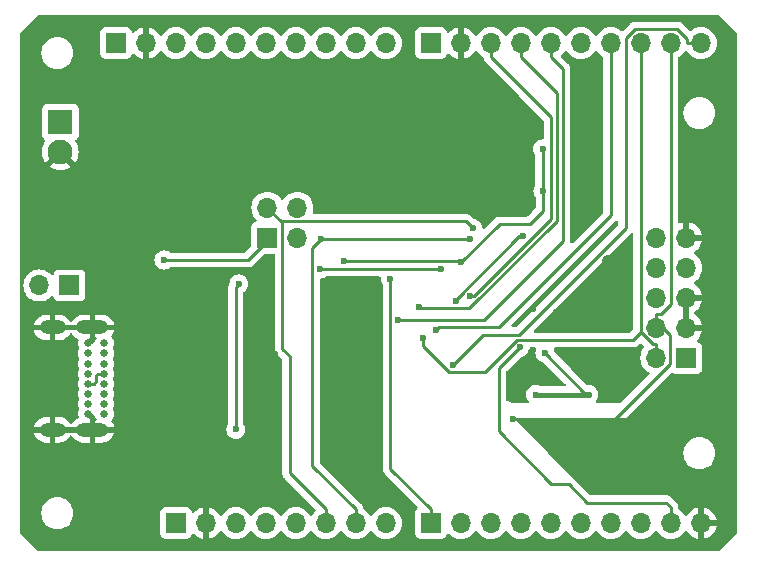
<source format=gbr>
%TF.GenerationSoftware,KiCad,Pcbnew,7.0.6*%
%TF.CreationDate,2023-07-26T12:25:32-06:00*%
%TF.ProjectId,PuyoPuy030,5075796f-5075-4793-9033-302e6b696361,rev?*%
%TF.SameCoordinates,Original*%
%TF.FileFunction,Copper,L2,Bot*%
%TF.FilePolarity,Positive*%
%FSLAX46Y46*%
G04 Gerber Fmt 4.6, Leading zero omitted, Abs format (unit mm)*
G04 Created by KiCad (PCBNEW 7.0.6) date 2023-07-26 12:25:32*
%MOMM*%
%LPD*%
G01*
G04 APERTURE LIST*
%TA.AperFunction,ComponentPad*%
%ADD10R,1.700000X1.700000*%
%TD*%
%TA.AperFunction,ComponentPad*%
%ADD11O,1.700000X1.700000*%
%TD*%
%TA.AperFunction,ComponentPad*%
%ADD12C,0.660400*%
%TD*%
%TA.AperFunction,ComponentPad*%
%ADD13O,2.700000X1.200000*%
%TD*%
%TA.AperFunction,ComponentPad*%
%ADD14O,2.200000X1.200000*%
%TD*%
%TA.AperFunction,ComponentPad*%
%ADD15R,2.100000X2.100000*%
%TD*%
%TA.AperFunction,ComponentPad*%
%ADD16C,2.100000*%
%TD*%
%TA.AperFunction,ViaPad*%
%ADD17C,0.600000*%
%TD*%
%TA.AperFunction,Conductor*%
%ADD18C,0.250000*%
%TD*%
%TA.AperFunction,Conductor*%
%ADD19C,1.000000*%
%TD*%
%TA.AperFunction,Conductor*%
%ADD20C,0.400000*%
%TD*%
G04 APERTURE END LIST*
D10*
%TO.P,J5,1,Pin_1*%
%TO.N,VCC*%
X116332000Y-91490800D03*
D11*
%TO.P,J5,2,Pin_2*%
%TO.N,GND*%
X118872000Y-91490800D03*
%TO.P,J5,3,Pin_3*%
%TO.N,/PA8*%
X121412000Y-91490800D03*
%TO.P,J5,4,Pin_4*%
%TO.N,/PA9*%
X123952000Y-91490800D03*
%TO.P,J5,5,Pin_5*%
%TO.N,/PA10*%
X126492000Y-91490800D03*
%TO.P,J5,6,Pin_6*%
%TO.N,/PA11*%
X129032000Y-91490800D03*
%TO.P,J5,7,Pin_7*%
%TO.N,/PA12*%
X131572000Y-91490800D03*
%TO.P,J5,8,Pin_8*%
%TO.N,/PA13{slash}SWDIO*%
X134112000Y-91490800D03*
%TO.P,J5,9,Pin_9*%
%TO.N,/PA14{slash}SWDCLK*%
X136652000Y-91490800D03*
%TO.P,J5,10,Pin_10*%
%TO.N,/PA15*%
X139192000Y-91490800D03*
%TD*%
D10*
%TO.P,J3,1,Pin_1*%
%TO.N,Net-(J3-Pin_1)*%
X137962600Y-118137700D03*
D11*
%TO.P,J3,2,Pin_2*%
%TO.N,/PA13{slash}SWDIO*%
X135422600Y-118137700D03*
%TO.P,J3,3,Pin_3*%
%TO.N,GND*%
X137962600Y-115597700D03*
%TO.P,J3,4,Pin_4*%
%TO.N,/PA14{slash}SWDCLK*%
X135422600Y-115597700D03*
%TO.P,J3,5,Pin_5*%
%TO.N,GND*%
X137962600Y-113057700D03*
%TO.P,J3,6,Pin_6*%
%TO.N,/SWO*%
X135422600Y-113057700D03*
%TO.P,J3,7,Pin_7*%
%TO.N,unconnected-(J3-Pin_7-Pad7)*%
X137962600Y-110517700D03*
%TO.P,J3,8,Pin_8*%
%TO.N,unconnected-(J3-Pin_8-Pad8)*%
X135422600Y-110517700D03*
%TO.P,J3,9,Pin_9*%
%TO.N,GND*%
X137962600Y-107977700D03*
%TO.P,J3,10,Pin_10*%
%TO.N,/NRST*%
X135422600Y-107977700D03*
%TD*%
D10*
%TO.P,J6,1,Pin_1*%
%TO.N,/PB0*%
X116332000Y-132130800D03*
D11*
%TO.P,J6,2,Pin_2*%
%TO.N,/PB1*%
X118872000Y-132130800D03*
%TO.P,J6,3,Pin_3*%
%TO.N,/PB2*%
X121412000Y-132130800D03*
%TO.P,J6,4,Pin_4*%
%TO.N,/PB3*%
X123952000Y-132130800D03*
%TO.P,J6,5,Pin_5*%
%TO.N,/PB4*%
X126492000Y-132130800D03*
%TO.P,J6,6,Pin_6*%
%TO.N,/PB5*%
X129032000Y-132130800D03*
%TO.P,J6,7,Pin_7*%
%TO.N,/PB6*%
X131572000Y-132130800D03*
%TO.P,J6,8,Pin_8*%
%TO.N,/PB7*%
X134112000Y-132130800D03*
%TO.P,J6,9,Pin_9*%
%TO.N,/PB8*%
X136652000Y-132130800D03*
%TO.P,J6,10,Pin_10*%
%TO.N,GND*%
X139192000Y-132130800D03*
%TD*%
D10*
%TO.P,J7,1,Pin_1*%
%TO.N,VCC*%
X94742000Y-132130800D03*
D11*
%TO.P,J7,2,Pin_2*%
%TO.N,GND*%
X97282000Y-132130800D03*
%TO.P,J7,3,Pin_3*%
%TO.N,/NRST*%
X99822000Y-132130800D03*
%TO.P,J7,4,Pin_4*%
%TO.N,/PF3*%
X102362000Y-132130800D03*
%TO.P,J7,5,Pin_5*%
%TO.N,/BOOT0*%
X104902000Y-132130800D03*
%TO.P,J7,6,Pin_6*%
%TO.N,/PY32_RX*%
X107442000Y-132130800D03*
%TO.P,J7,7,Pin_7*%
%TO.N,/PY32_TX*%
X109982000Y-132130800D03*
%TO.P,J7,8,Pin_8*%
%TO.N,VCC*%
X112522000Y-132130800D03*
%TD*%
D10*
%TO.P,J2,1,Pin_1*%
%TO.N,/PY32_RXD*%
X102484000Y-107955000D03*
D11*
%TO.P,J2,2,Pin_2*%
%TO.N,/PY32_RX*%
X102484000Y-105415000D03*
%TO.P,J2,3,Pin_3*%
%TO.N,/PY32_TXD*%
X105024000Y-107955000D03*
%TO.P,J2,4,Pin_4*%
%TO.N,/PY32_TX*%
X105024000Y-105415000D03*
%TD*%
D12*
%TO.P,J1,A1,GND*%
%TO.N,GND*%
X88664000Y-116920000D03*
%TO.P,J1,A4,VBUS*%
%TO.N,Net-(JP1-A)*%
X88664000Y-117770001D03*
%TO.P,J1,A5,CC1*%
%TO.N,unconnected-(J1-CC1-PadA5)*%
X88664000Y-118619999D03*
%TO.P,J1,A6,Dp1*%
%TO.N,/USB_D+*%
X88664000Y-119470000D03*
%TO.P,J1,A7,Dn1*%
%TO.N,/USB_D-*%
X88664000Y-120320001D03*
%TO.P,J1,A8,SBU1*%
%TO.N,unconnected-(J1-SBU1-PadA8)*%
X88664000Y-121170002D03*
%TO.P,J1,A9,VBUS*%
%TO.N,Net-(JP1-A)*%
X88664000Y-122020000D03*
%TO.P,J1,A12,GND*%
%TO.N,GND*%
X88664000Y-122870001D03*
%TO.P,J1,B1,GND*%
X87314000Y-122870001D03*
%TO.P,J1,B4,VBUS*%
%TO.N,Net-(JP1-A)*%
X87314000Y-122020000D03*
%TO.P,J1,B5,CC2*%
%TO.N,unconnected-(J1-CC2-PadB5)*%
X87314000Y-121170002D03*
%TO.P,J1,B6,Dp2*%
%TO.N,/USB_D+*%
X87314000Y-120320001D03*
%TO.P,J1,B7,Dn2*%
%TO.N,/USB_D-*%
X87314000Y-119470000D03*
%TO.P,J1,B8,SBU2*%
%TO.N,unconnected-(J1-SBU2-PadB8)*%
X87314000Y-118619999D03*
%TO.P,J1,B9,VBUS*%
%TO.N,Net-(JP1-A)*%
X87314000Y-117770001D03*
%TO.P,J1,B12,GND*%
%TO.N,GND*%
X87314000Y-116920000D03*
D13*
%TO.P,J1,S,Shell*%
X87683999Y-115570000D03*
D14*
X84299000Y-115570015D03*
D13*
X87684000Y-124219985D03*
D14*
X84299000Y-124219985D03*
%TD*%
D10*
%TO.P,J4,1,Pin_1*%
%TO.N,VCC*%
X89662000Y-91490800D03*
D11*
%TO.P,J4,2,Pin_2*%
%TO.N,GND*%
X92202000Y-91490800D03*
%TO.P,J4,3,Pin_3*%
%TO.N,/PA7*%
X94742000Y-91490800D03*
%TO.P,J4,4,Pin_4*%
%TO.N,/PA6*%
X97282000Y-91490800D03*
%TO.P,J4,5,Pin_5*%
%TO.N,/PA5*%
X99822000Y-91490800D03*
%TO.P,J4,6,Pin_6*%
%TO.N,/PA4*%
X102362000Y-91490800D03*
%TO.P,J4,7,Pin_7*%
%TO.N,/PA3*%
X104902000Y-91490800D03*
%TO.P,J4,8,Pin_8*%
%TO.N,/PA2*%
X107442000Y-91490800D03*
%TO.P,J4,9,Pin_9*%
%TO.N,/PA1*%
X109982000Y-91490800D03*
%TO.P,J4,10,Pin_10*%
%TO.N,/PA0*%
X112522000Y-91490800D03*
%TD*%
D10*
%TO.P,JP1,1,A*%
%TO.N,Net-(JP1-A)*%
X85730000Y-112014000D03*
D11*
%TO.P,JP1,2,B*%
%TO.N,VCC*%
X83190000Y-112014000D03*
%TD*%
D15*
%TO.P,J8,1,Pin_1*%
%TO.N,VCC*%
X84963000Y-98171000D03*
D16*
%TO.P,J8,2,Pin_2*%
%TO.N,GND*%
X84963000Y-100711000D03*
%TD*%
D17*
%TO.N,/PA14{slash}SWDCLK*%
X123317000Y-123317000D03*
%TO.N,GND*%
X103149000Y-117824000D03*
X92329000Y-111896000D03*
X86807000Y-128143000D03*
X124968000Y-114046000D03*
X129699600Y-119097000D03*
X109220000Y-119634000D03*
X125199600Y-119097000D03*
X101854000Y-99648000D03*
X132334000Y-109982000D03*
X127127000Y-115443000D03*
X92263000Y-128143000D03*
X109220000Y-124134000D03*
X123840000Y-101573000D03*
X128143000Y-114427000D03*
X92329000Y-121285000D03*
X110562000Y-111764000D03*
X127127000Y-114427000D03*
X131318000Y-109982000D03*
X129413000Y-104013000D03*
X92263000Y-126060000D03*
X131318000Y-110998000D03*
X83566000Y-108966000D03*
X128143000Y-115443000D03*
X132334000Y-110998000D03*
%TO.N,/NRST*%
X108966000Y-109982000D03*
X125820000Y-104013000D03*
X99822000Y-124206000D03*
X125806599Y-100447999D03*
X100076000Y-111881000D03*
X118911000Y-110067000D03*
%TO.N,/PA13{slash}SWDIO*%
X115652000Y-116495800D03*
%TO.N,/PA8*%
X119639000Y-112877400D03*
%TO.N,/PA9*%
X115332200Y-113848100D03*
%TO.N,/PA10*%
X113553800Y-114917600D03*
%TO.N,/PA11*%
X124175900Y-107827900D03*
X118424500Y-113307800D03*
%TO.N,/PA12*%
X116754200Y-115763500D03*
%TO.N,/PA15*%
X118178700Y-118717800D03*
%TO.N,/PB0*%
X112888200Y-111478500D03*
%TO.N,/PB8*%
X123871600Y-117253100D03*
%TO.N,/PF3*%
X106934000Y-110617000D03*
X117221000Y-110617000D03*
%TO.N,/BOOT0*%
X129699801Y-121246499D03*
X125199799Y-121246499D03*
X125984000Y-117729000D03*
%TO.N,/PY32_RX*%
X119888000Y-107188000D03*
%TO.N,/PY32_TX*%
X107061000Y-108077000D03*
X119634000Y-108077000D03*
%TO.N,/PY32_RXD*%
X93726000Y-109855000D03*
%TD*%
D18*
%TO.N,/PA14{slash}SWDCLK*%
X131935500Y-123317000D02*
X136600200Y-118652300D01*
X123317000Y-123317000D02*
X131935500Y-123317000D01*
X136600200Y-118652300D02*
X136600200Y-116186800D01*
X136600200Y-116186800D02*
X135422600Y-115009200D01*
%TO.N,/PB8*%
X136652000Y-130810000D02*
X136652000Y-132130800D01*
X136233800Y-130391800D02*
X136652000Y-130810000D01*
X127989700Y-128804300D02*
X129577200Y-130391800D01*
X126518300Y-128804300D02*
X127989700Y-128804300D01*
X122084100Y-124370100D02*
X126518300Y-128804300D01*
X122084100Y-119040600D02*
X122084100Y-124370100D01*
X129577200Y-130391800D02*
X136233800Y-130391800D01*
X123871600Y-117253100D02*
X122084100Y-119040600D01*
D19*
%TO.N,GND*%
X131318000Y-109982000D02*
X131318000Y-110998000D01*
X128143000Y-115443000D02*
X128143000Y-114427000D01*
X131318000Y-110998000D02*
X132334000Y-110998000D01*
X127127000Y-114427000D02*
X127127000Y-115443000D01*
X132334000Y-110998000D02*
X132334000Y-109982000D01*
X132334000Y-109982000D02*
X131318000Y-109982000D01*
X128143000Y-114173000D02*
X131318000Y-110998000D01*
X128143000Y-114427000D02*
X128143000Y-114173000D01*
X127127000Y-115443000D02*
X128143000Y-115443000D01*
X128143000Y-114427000D02*
X127127000Y-114427000D01*
D18*
%TO.N,/NRST*%
X99822000Y-112135000D02*
X100076000Y-111881000D01*
X124714000Y-106807000D02*
X125820000Y-105702000D01*
X99822000Y-124206000D02*
X99822000Y-112135000D01*
X125806599Y-100447999D02*
X125806599Y-103999599D01*
X125820000Y-105702000D02*
X125820000Y-104013000D01*
X108966000Y-109982000D02*
X118826000Y-109982000D01*
X122171000Y-106807000D02*
X124714000Y-106807000D01*
X118911000Y-110067000D02*
X122171000Y-106807000D01*
X125806599Y-103999599D02*
X125820000Y-104013000D01*
X118826000Y-109982000D02*
X118911000Y-110067000D01*
%TO.N,/USB_D+*%
X87314000Y-120320000D02*
X87780900Y-120320000D01*
X88011000Y-119634000D02*
X88175000Y-119470000D01*
X88175000Y-119470000D02*
X88664000Y-119470000D01*
X88011000Y-120090000D02*
X88011000Y-119634000D01*
X87780900Y-120320000D02*
X88011000Y-120090000D01*
%TO.N,/PA13{slash}SWDIO*%
X117867500Y-119344700D02*
X120893500Y-119344700D01*
X134112000Y-115954900D02*
X135117900Y-116960800D01*
X120893500Y-119344700D02*
X123612000Y-116626200D01*
X123612000Y-116626200D02*
X133440700Y-116626200D01*
X135117900Y-116960800D02*
X135422600Y-116960800D01*
X133440700Y-116626200D02*
X134112000Y-115954900D01*
X135422600Y-118137700D02*
X135422600Y-116960800D01*
X134112000Y-115954900D02*
X134112000Y-91490800D01*
X115652000Y-117129200D02*
X117867500Y-119344700D01*
X115652000Y-116495800D02*
X115652000Y-117129200D01*
%TO.N,/PA8*%
X121412000Y-92667700D02*
X126515300Y-97771000D01*
X119639000Y-112877300D02*
X119639000Y-112877400D01*
X126515300Y-106375100D02*
X120013100Y-112877300D01*
X121412000Y-91490800D02*
X121412000Y-92667700D01*
X126515300Y-97771000D02*
X126515300Y-106375100D01*
X120013100Y-112877300D02*
X119639000Y-112877300D01*
%TO.N,/PA9*%
X119594800Y-113934700D02*
X115418800Y-113934700D01*
X123952000Y-92667700D02*
X127015000Y-95730700D01*
X115418800Y-113934700D02*
X115332200Y-113848100D01*
X123952000Y-91490800D02*
X123952000Y-92667700D01*
X127015000Y-106514500D02*
X119594800Y-113934700D01*
X127015000Y-95730700D02*
X127015000Y-106514500D01*
%TO.N,/PA10*%
X127508700Y-108214700D02*
X120805800Y-114917600D01*
X120805800Y-114917600D02*
X113553800Y-114917600D01*
X126492000Y-91490800D02*
X126492000Y-92667700D01*
X126492000Y-92667700D02*
X127508700Y-93684400D01*
X127508700Y-93684400D02*
X127508700Y-108214700D01*
%TO.N,/PA11*%
X124175900Y-107827900D02*
X123801700Y-107827900D01*
X123801700Y-107827900D02*
X118424500Y-113205100D01*
X118424500Y-113205100D02*
X118424500Y-113307800D01*
%TO.N,/PA12*%
X122098800Y-115536700D02*
X116981000Y-115536700D01*
X116981000Y-115536700D02*
X116754200Y-115763500D01*
X131572000Y-91490800D02*
X131572000Y-106063500D01*
X131572000Y-106063500D02*
X122098800Y-115536700D01*
%TO.N,/PA15*%
X138015100Y-91490800D02*
X138015100Y-91123000D01*
X132842000Y-91094600D02*
X132842000Y-107124700D01*
X120732900Y-116163600D02*
X118178700Y-118717800D01*
X139192000Y-91490800D02*
X138015100Y-91490800D01*
X132842000Y-107124700D02*
X123803100Y-116163600D01*
X137200000Y-90307900D02*
X133628700Y-90307900D01*
X133628700Y-90307900D02*
X132842000Y-91094600D01*
X123803100Y-116163600D02*
X120732900Y-116163600D01*
X138015100Y-91123000D02*
X137200000Y-90307900D01*
%TO.N,/PB0*%
X116332000Y-130953900D02*
X112888200Y-127510100D01*
X112888200Y-127510100D02*
X112888200Y-111478500D01*
X116332000Y-132130800D02*
X116332000Y-130953900D01*
%TO.N,/PF3*%
X117221000Y-110617000D02*
X106934000Y-110617000D01*
D20*
%TO.N,/BOOT0*%
X125199799Y-121246499D02*
X129699801Y-121246499D01*
D18*
X129699801Y-121246499D02*
X129501499Y-121246499D01*
X129501499Y-121246499D02*
X125984000Y-117729000D01*
%TO.N,/PY32_RX*%
X107442000Y-132130800D02*
X107442000Y-130953900D01*
X119290000Y-106590000D02*
X103753800Y-106590000D01*
X104378100Y-118017000D02*
X104378100Y-127890000D01*
X103753800Y-106590000D02*
X103659000Y-106590000D01*
X104378100Y-127890000D02*
X107442000Y-130953900D01*
X103753800Y-117392700D02*
X104378100Y-118017000D01*
X119888000Y-107188000D02*
X119290000Y-106590000D01*
X103753800Y-106590000D02*
X103753800Y-117392700D01*
X103659000Y-106590000D02*
X102484000Y-105415000D01*
%TO.N,/PY32_TX*%
X119634000Y-108077000D02*
X107061000Y-108077000D01*
X109982000Y-132130800D02*
X109982000Y-130953900D01*
X109982000Y-130953900D02*
X106307100Y-127279000D01*
X106307100Y-127279000D02*
X106307100Y-108830900D01*
X106307100Y-108830900D02*
X107061000Y-108077000D01*
%TO.N,/PY32_RXD*%
X102484000Y-107955000D02*
X102484000Y-108209000D01*
X100838000Y-109855000D02*
X93726000Y-109855000D01*
X102484000Y-108209000D02*
X100838000Y-109855000D01*
%TO.N,/PA14{slash}SWDCLK*%
X135422600Y-115597700D02*
X135422600Y-115009200D01*
X135790400Y-114420800D02*
X136652000Y-113559200D01*
X135422600Y-115009200D02*
X135422600Y-114420800D01*
X136652000Y-113559200D02*
X136652000Y-91490800D01*
X135422600Y-114420800D02*
X135790400Y-114420800D01*
%TD*%
%TA.AperFunction,Conductor*%
%TO.N,GND*%
G36*
X125195199Y-117271385D02*
G01*
X125240954Y-117324189D01*
X125250898Y-117393347D01*
X125245202Y-117416654D01*
X125198632Y-117549742D01*
X125198630Y-117549750D01*
X125178435Y-117728996D01*
X125178435Y-117729003D01*
X125198630Y-117908249D01*
X125198631Y-117908254D01*
X125258211Y-118078523D01*
X125354184Y-118231262D01*
X125481738Y-118358816D01*
X125504476Y-118373103D01*
X125621023Y-118446335D01*
X125634478Y-118454789D01*
X125804745Y-118514368D01*
X125851823Y-118519672D01*
X125916236Y-118546737D01*
X125925621Y-118555211D01*
X127704728Y-120334318D01*
X127738213Y-120395641D01*
X127733229Y-120465333D01*
X127691357Y-120521266D01*
X127625893Y-120545683D01*
X127617047Y-120545999D01*
X125625293Y-120545999D01*
X125559322Y-120526993D01*
X125549324Y-120520711D01*
X125379053Y-120461130D01*
X125379048Y-120461129D01*
X125199803Y-120440934D01*
X125199795Y-120440934D01*
X125020549Y-120461129D01*
X125020544Y-120461130D01*
X124850275Y-120520710D01*
X124697536Y-120616683D01*
X124569983Y-120744236D01*
X124474010Y-120896975D01*
X124414430Y-121067244D01*
X124414429Y-121067249D01*
X124394234Y-121246495D01*
X124394234Y-121246502D01*
X124414429Y-121425748D01*
X124414430Y-121425753D01*
X124474010Y-121596022D01*
X124569983Y-121748761D01*
X124586441Y-121765219D01*
X124619926Y-121826542D01*
X124614942Y-121896234D01*
X124573070Y-121952167D01*
X124507606Y-121976584D01*
X124498760Y-121976900D01*
X123257455Y-121976900D01*
X123191483Y-121957894D01*
X123062123Y-121876611D01*
X122891854Y-121817031D01*
X122891850Y-121817030D01*
X122819716Y-121808903D01*
X122755302Y-121781836D01*
X122715747Y-121724241D01*
X122709600Y-121685683D01*
X122709600Y-119351051D01*
X122729285Y-119284012D01*
X122745914Y-119263375D01*
X123929979Y-118079309D01*
X123991300Y-118045826D01*
X124003756Y-118043774D01*
X124050855Y-118038468D01*
X124221122Y-117978889D01*
X124373862Y-117882916D01*
X124501416Y-117755362D01*
X124597389Y-117602622D01*
X124656968Y-117432355D01*
X124656969Y-117432349D01*
X124664916Y-117361817D01*
X124691982Y-117297403D01*
X124749577Y-117257848D01*
X124788136Y-117251700D01*
X125128160Y-117251700D01*
X125195199Y-117271385D01*
G37*
%TD.AperFunction*%
%TA.AperFunction,Conductor*%
G36*
X134155333Y-116898670D02*
G01*
X134199680Y-116927171D01*
X134374343Y-117101834D01*
X134407828Y-117163157D01*
X134402844Y-117232849D01*
X134386318Y-117261239D01*
X134387210Y-117261864D01*
X134248565Y-117459869D01*
X134248564Y-117459871D01*
X134148698Y-117674035D01*
X134148694Y-117674044D01*
X134087538Y-117902286D01*
X134087536Y-117902296D01*
X134066941Y-118137699D01*
X134066941Y-118137700D01*
X134087536Y-118373103D01*
X134087538Y-118373113D01*
X134148694Y-118601355D01*
X134148696Y-118601359D01*
X134148697Y-118601363D01*
X134238368Y-118793663D01*
X134248565Y-118815530D01*
X134248567Y-118815534D01*
X134349533Y-118959727D01*
X134384105Y-119009101D01*
X134551199Y-119176195D01*
X134647984Y-119243965D01*
X134744765Y-119311732D01*
X134744767Y-119311733D01*
X134744770Y-119311735D01*
X134796644Y-119335924D01*
X134849084Y-119382096D01*
X134868236Y-119449289D01*
X134848021Y-119516170D01*
X134831921Y-119535987D01*
X132427328Y-121940581D01*
X132366005Y-121974066D01*
X132339647Y-121976900D01*
X130400840Y-121976900D01*
X130333801Y-121957215D01*
X130288046Y-121904411D01*
X130278102Y-121835253D01*
X130307127Y-121771697D01*
X130313159Y-121765219D01*
X130313158Y-121765218D01*
X130329617Y-121748761D01*
X130425590Y-121596021D01*
X130485169Y-121425754D01*
X130505366Y-121246499D01*
X130485169Y-121067244D01*
X130425590Y-120896977D01*
X130329617Y-120744237D01*
X130202063Y-120616683D01*
X130049324Y-120520710D01*
X129879055Y-120461130D01*
X129879050Y-120461129D01*
X129699805Y-120440934D01*
X129699798Y-120440934D01*
X129651941Y-120446326D01*
X129583119Y-120434271D01*
X129550377Y-120410787D01*
X128184589Y-119044999D01*
X126810211Y-117670620D01*
X126776726Y-117609297D01*
X126774673Y-117596836D01*
X126769368Y-117549745D01*
X126769367Y-117549742D01*
X126722798Y-117416654D01*
X126719237Y-117346876D01*
X126753966Y-117286248D01*
X126815959Y-117254021D01*
X126839840Y-117251700D01*
X133357957Y-117251700D01*
X133373577Y-117253424D01*
X133373604Y-117253139D01*
X133381360Y-117253871D01*
X133381367Y-117253873D01*
X133450514Y-117251700D01*
X133480050Y-117251700D01*
X133486928Y-117250830D01*
X133492741Y-117250372D01*
X133539327Y-117248909D01*
X133558569Y-117243317D01*
X133577612Y-117239374D01*
X133597492Y-117236864D01*
X133640822Y-117219707D01*
X133646346Y-117217817D01*
X133650096Y-117216727D01*
X133691090Y-117204818D01*
X133708329Y-117194622D01*
X133725803Y-117186062D01*
X133744427Y-117178688D01*
X133744427Y-117178687D01*
X133744432Y-117178686D01*
X133782149Y-117151282D01*
X133787005Y-117148092D01*
X133827120Y-117124370D01*
X133841289Y-117110199D01*
X133856079Y-117097568D01*
X133872287Y-117085794D01*
X133901999Y-117049876D01*
X133905912Y-117045576D01*
X134024320Y-116927168D01*
X134085641Y-116893686D01*
X134155333Y-116898670D01*
G37*
%TD.AperFunction*%
%TA.AperFunction,Conductor*%
G36*
X133402162Y-107547820D02*
G01*
X133459384Y-107587914D01*
X133485845Y-107652579D01*
X133486500Y-107665306D01*
X133486500Y-115644447D01*
X133466815Y-115711486D01*
X133450181Y-115732128D01*
X133217928Y-115964381D01*
X133156605Y-115997866D01*
X133130247Y-116000700D01*
X125149952Y-116000700D01*
X125082913Y-115981015D01*
X125037158Y-115928211D01*
X125027214Y-115859053D01*
X125056239Y-115795497D01*
X125062271Y-115789019D01*
X129125081Y-111726209D01*
X133225788Y-107625501D01*
X133238042Y-107615686D01*
X133237859Y-107615464D01*
X133243867Y-107610492D01*
X133243877Y-107610486D01*
X133272108Y-107580421D01*
X133332348Y-107545028D01*
X133402162Y-107547820D01*
G37*
%TD.AperFunction*%
%TA.AperFunction,Conductor*%
G36*
X132132161Y-106486621D02*
G01*
X132189382Y-106526715D01*
X132215844Y-106591380D01*
X132216499Y-106604107D01*
X132216499Y-106814247D01*
X132196814Y-106881286D01*
X132180180Y-106901928D01*
X123580328Y-115501781D01*
X123519005Y-115535266D01*
X123492647Y-115538100D01*
X123281352Y-115538100D01*
X123214313Y-115518415D01*
X123168558Y-115465611D01*
X123158614Y-115396453D01*
X123187639Y-115332897D01*
X123193671Y-115326419D01*
X127553568Y-110966522D01*
X131955788Y-106564301D01*
X131968042Y-106554486D01*
X131967859Y-106554264D01*
X131973867Y-106549292D01*
X131973877Y-106549286D01*
X132002107Y-106519222D01*
X132062347Y-106483829D01*
X132132161Y-106486621D01*
G37*
%TD.AperFunction*%
%TA.AperFunction,Conductor*%
G36*
X138212600Y-115162198D02*
G01*
X138104915Y-115113020D01*
X137998363Y-115097700D01*
X137926837Y-115097700D01*
X137820285Y-115113020D01*
X137712600Y-115162198D01*
X137712600Y-113493201D01*
X137820285Y-113542380D01*
X137926837Y-113557700D01*
X137998363Y-113557700D01*
X138104915Y-113542380D01*
X138212600Y-113493201D01*
X138212600Y-115162198D01*
G37*
%TD.AperFunction*%
%TA.AperFunction,Conductor*%
G36*
X130386854Y-92157346D02*
G01*
X130403574Y-92176641D01*
X130533505Y-92362201D01*
X130700599Y-92529295D01*
X130893624Y-92664453D01*
X130937248Y-92719028D01*
X130946500Y-92766026D01*
X130946500Y-105753047D01*
X130926815Y-105820086D01*
X130910181Y-105840728D01*
X128343129Y-108407779D01*
X128281806Y-108441264D01*
X128212114Y-108436280D01*
X128156181Y-108394408D01*
X128131764Y-108328944D01*
X128134235Y-108301584D01*
X128133222Y-108301456D01*
X128134200Y-108293716D01*
X128134200Y-108273683D01*
X128135727Y-108254282D01*
X128138860Y-108234504D01*
X128134475Y-108188115D01*
X128134200Y-108182277D01*
X128134200Y-93767142D01*
X128135924Y-93751523D01*
X128135639Y-93751497D01*
X128136371Y-93743739D01*
X128136373Y-93743733D01*
X128134199Y-93674585D01*
X128134200Y-93645050D01*
X128133331Y-93638170D01*
X128132872Y-93632343D01*
X128131409Y-93585772D01*
X128125822Y-93566544D01*
X128121874Y-93547484D01*
X128119363Y-93527604D01*
X128102212Y-93484287D01*
X128100319Y-93478758D01*
X128087318Y-93434009D01*
X128087316Y-93434006D01*
X128077123Y-93416771D01*
X128068561Y-93399294D01*
X128061187Y-93380670D01*
X128061186Y-93380668D01*
X128033779Y-93342945D01*
X128030588Y-93338086D01*
X128006872Y-93297983D01*
X128006865Y-93297974D01*
X127992706Y-93283815D01*
X127980068Y-93269019D01*
X127968294Y-93252813D01*
X127932388Y-93223109D01*
X127928076Y-93219186D01*
X127388473Y-92679583D01*
X127354989Y-92618261D01*
X127359973Y-92548569D01*
X127388474Y-92504222D01*
X127444413Y-92448283D01*
X127530495Y-92362201D01*
X127660426Y-92176641D01*
X127715002Y-92133017D01*
X127784500Y-92125823D01*
X127846855Y-92157346D01*
X127863575Y-92176642D01*
X127993500Y-92362195D01*
X127993505Y-92362201D01*
X128160599Y-92529295D01*
X128257384Y-92597065D01*
X128354165Y-92664832D01*
X128354167Y-92664833D01*
X128354170Y-92664835D01*
X128568337Y-92764703D01*
X128568343Y-92764704D01*
X128568344Y-92764705D01*
X128574398Y-92766327D01*
X128796592Y-92825863D01*
X128973034Y-92841300D01*
X129031999Y-92846459D01*
X129032000Y-92846459D01*
X129032001Y-92846459D01*
X129090966Y-92841300D01*
X129267408Y-92825863D01*
X129495663Y-92764703D01*
X129709830Y-92664835D01*
X129903401Y-92529295D01*
X130070495Y-92362201D01*
X130200426Y-92176640D01*
X130255001Y-92133017D01*
X130324499Y-92125823D01*
X130386854Y-92157346D01*
G37*
%TD.AperFunction*%
%TA.AperFunction,Conductor*%
G36*
X86656359Y-123981940D02*
G01*
X86598835Y-124094837D01*
X86579014Y-124219985D01*
X86598835Y-124345133D01*
X86656359Y-124458030D01*
X86668314Y-124469985D01*
X85114686Y-124469985D01*
X85126641Y-124458030D01*
X85184165Y-124345133D01*
X85203986Y-124219985D01*
X85184165Y-124094837D01*
X85126641Y-123981940D01*
X85114686Y-123969985D01*
X86668314Y-123969985D01*
X86656359Y-123981940D01*
G37*
%TD.AperFunction*%
%TA.AperFunction,Conductor*%
G36*
X87608776Y-122826726D02*
G01*
X87652571Y-122855019D01*
X87892717Y-123095165D01*
X87924410Y-123120702D01*
X87931815Y-123134263D01*
X88018419Y-123220867D01*
X88051904Y-123282190D01*
X88046920Y-123351882D01*
X88018419Y-123396229D01*
X87934000Y-123480647D01*
X87934000Y-123819985D01*
X87434000Y-123819985D01*
X87434000Y-123343554D01*
X87152827Y-123062381D01*
X87119342Y-123001058D01*
X87123510Y-122942773D01*
X87151046Y-122999952D01*
X87223567Y-123057786D01*
X87291104Y-123073201D01*
X87336896Y-123073201D01*
X87404433Y-123057786D01*
X87476954Y-122999952D01*
X87517200Y-122916380D01*
X87517200Y-122826067D01*
X87539110Y-122821410D01*
X87608776Y-122826726D01*
G37*
%TD.AperFunction*%
%TA.AperFunction,Conductor*%
G36*
X87933999Y-116309350D02*
G01*
X88018420Y-116393771D01*
X88051905Y-116455094D01*
X88046921Y-116524786D01*
X88018420Y-116569133D01*
X87918785Y-116668767D01*
X87893272Y-116700423D01*
X87879744Y-116707809D01*
X87652570Y-116934982D01*
X87591247Y-116968466D01*
X87539109Y-116968590D01*
X87517200Y-116963933D01*
X87517200Y-116873621D01*
X87476954Y-116790049D01*
X87404433Y-116732215D01*
X87336896Y-116716800D01*
X87291104Y-116716800D01*
X87223567Y-116732215D01*
X87151046Y-116790049D01*
X87124578Y-116845008D01*
X87117770Y-116797654D01*
X87146795Y-116734098D01*
X87152827Y-116727620D01*
X87433998Y-116446448D01*
X87433998Y-116446447D01*
X87433999Y-115970000D01*
X87933999Y-115970000D01*
X87933999Y-116309350D01*
G37*
%TD.AperFunction*%
%TA.AperFunction,Conductor*%
G36*
X86656358Y-115331955D02*
G01*
X86598834Y-115444852D01*
X86579013Y-115570000D01*
X86598834Y-115695148D01*
X86656358Y-115808045D01*
X86668313Y-115820000D01*
X85887763Y-115820000D01*
X85887623Y-115820015D01*
X85114686Y-115820015D01*
X85126641Y-115808060D01*
X85184165Y-115695163D01*
X85203986Y-115570015D01*
X85184165Y-115444867D01*
X85126641Y-115331970D01*
X85114686Y-115320015D01*
X85845236Y-115320015D01*
X85845376Y-115320000D01*
X86668313Y-115320000D01*
X86656358Y-115331955D01*
G37*
%TD.AperFunction*%
%TA.AperFunction,Conductor*%
G36*
X140734206Y-89143985D02*
G01*
X140754848Y-89160619D01*
X142233381Y-90639152D01*
X142266866Y-90700475D01*
X142269700Y-90726833D01*
X142269700Y-132894767D01*
X142250015Y-132961806D01*
X142233381Y-132982448D01*
X140754848Y-134460981D01*
X140693525Y-134494466D01*
X140667167Y-134497300D01*
X83106833Y-134497300D01*
X83039794Y-134477615D01*
X83019152Y-134460981D01*
X81540619Y-132982447D01*
X81507134Y-132921124D01*
X81504300Y-132894766D01*
X81504300Y-131297800D01*
X83348141Y-131297800D01*
X83368736Y-131533203D01*
X83368738Y-131533213D01*
X83429894Y-131761455D01*
X83429896Y-131761459D01*
X83429897Y-131761463D01*
X83479830Y-131868546D01*
X83529764Y-131975628D01*
X83529765Y-131975630D01*
X83665305Y-132169202D01*
X83832397Y-132336294D01*
X84025969Y-132471834D01*
X84025971Y-132471835D01*
X84240137Y-132571703D01*
X84468392Y-132632863D01*
X84644834Y-132648300D01*
X84762766Y-132648300D01*
X84939208Y-132632863D01*
X85167463Y-132571703D01*
X85381629Y-132471835D01*
X85575201Y-132336295D01*
X85742295Y-132169201D01*
X85877835Y-131975630D01*
X85977703Y-131761463D01*
X86038863Y-131533208D01*
X86059459Y-131297800D01*
X86038863Y-131062392D01*
X85983802Y-130856898D01*
X85977705Y-130834144D01*
X85977704Y-130834143D01*
X85977703Y-130834137D01*
X85877835Y-130619971D01*
X85877834Y-130619969D01*
X85742294Y-130426397D01*
X85575202Y-130259305D01*
X85381630Y-130123765D01*
X85381628Y-130123764D01*
X85274546Y-130073830D01*
X85167463Y-130023897D01*
X85167459Y-130023896D01*
X85167455Y-130023894D01*
X84939213Y-129962738D01*
X84939203Y-129962736D01*
X84762766Y-129947300D01*
X84644834Y-129947300D01*
X84468396Y-129962736D01*
X84468386Y-129962738D01*
X84240144Y-130023894D01*
X84240135Y-130023898D01*
X84025971Y-130123764D01*
X84025969Y-130123765D01*
X83832397Y-130259305D01*
X83665306Y-130426397D01*
X83665301Y-130426404D01*
X83529767Y-130619965D01*
X83529765Y-130619969D01*
X83429898Y-130834135D01*
X83429894Y-130834144D01*
X83368738Y-131062386D01*
X83368736Y-131062396D01*
X83348141Y-131297799D01*
X83348141Y-131297800D01*
X81504300Y-131297800D01*
X81504300Y-123969985D01*
X82723632Y-123969985D01*
X83483314Y-123969985D01*
X83471359Y-123981940D01*
X83413835Y-124094837D01*
X83394014Y-124219985D01*
X83413835Y-124345133D01*
X83471359Y-124458030D01*
X83483314Y-124469985D01*
X82727742Y-124469985D01*
X82754770Y-124581394D01*
X82842040Y-124772492D01*
X82963889Y-124943604D01*
X82963895Y-124943610D01*
X83115932Y-125088577D01*
X83292657Y-125202151D01*
X83487685Y-125280229D01*
X83693962Y-125319985D01*
X84049000Y-125319985D01*
X84049000Y-124619985D01*
X84549000Y-124619985D01*
X84549000Y-125319985D01*
X84851398Y-125319985D01*
X85008122Y-125305019D01*
X85008126Y-125305018D01*
X85209686Y-125245835D01*
X85396414Y-125149571D01*
X85561537Y-125019716D01*
X85561540Y-125019713D01*
X85699105Y-124860954D01*
X85699114Y-124860943D01*
X85756584Y-124761402D01*
X85807151Y-124713186D01*
X85875758Y-124699963D01*
X85940623Y-124725931D01*
X85973486Y-124767721D01*
X85974086Y-124767375D01*
X85976492Y-124771543D01*
X85976765Y-124771890D01*
X85977038Y-124772489D01*
X86098889Y-124943604D01*
X86098895Y-124943610D01*
X86250932Y-125088577D01*
X86427657Y-125202151D01*
X86622685Y-125280229D01*
X86828962Y-125319985D01*
X87434000Y-125319985D01*
X87434000Y-124619985D01*
X87934000Y-124619985D01*
X87934000Y-125319985D01*
X88486398Y-125319985D01*
X88643122Y-125305019D01*
X88643126Y-125305018D01*
X88844686Y-125245835D01*
X89031414Y-125149571D01*
X89196537Y-125019716D01*
X89196540Y-125019713D01*
X89334105Y-124860954D01*
X89334114Y-124860943D01*
X89439144Y-124679024D01*
X89439147Y-124679017D01*
X89507855Y-124480502D01*
X89507855Y-124480500D01*
X89509368Y-124469985D01*
X88699686Y-124469985D01*
X88711641Y-124458030D01*
X88769165Y-124345133D01*
X88788986Y-124219985D01*
X88786772Y-124206003D01*
X99016435Y-124206003D01*
X99036630Y-124385249D01*
X99036631Y-124385254D01*
X99096211Y-124555523D01*
X99186969Y-124699963D01*
X99192184Y-124708262D01*
X99319738Y-124835816D01*
X99472478Y-124931789D01*
X99507081Y-124943897D01*
X99642745Y-124991368D01*
X99642750Y-124991369D01*
X99821996Y-125011565D01*
X99822000Y-125011565D01*
X99822004Y-125011565D01*
X100001249Y-124991369D01*
X100001252Y-124991368D01*
X100001255Y-124991368D01*
X100171522Y-124931789D01*
X100324262Y-124835816D01*
X100451816Y-124708262D01*
X100547789Y-124555522D01*
X100607368Y-124385255D01*
X100611889Y-124345133D01*
X100627565Y-124206003D01*
X100627565Y-124205996D01*
X100607369Y-124026750D01*
X100607368Y-124026745D01*
X100560339Y-123892344D01*
X100547789Y-123856478D01*
X100534180Y-123834820D01*
X100466506Y-123727117D01*
X100447500Y-123661145D01*
X100447500Y-112661511D01*
X100467185Y-112594472D01*
X100505529Y-112556517D01*
X100578259Y-112510818D01*
X100578259Y-112510817D01*
X100578262Y-112510816D01*
X100705816Y-112383262D01*
X100801789Y-112230522D01*
X100861368Y-112060255D01*
X100861369Y-112060249D01*
X100881565Y-111881003D01*
X100881565Y-111880996D01*
X100861369Y-111701750D01*
X100861368Y-111701745D01*
X100801788Y-111531476D01*
X100720664Y-111402369D01*
X100705816Y-111378738D01*
X100578262Y-111251184D01*
X100489696Y-111195534D01*
X100425523Y-111155211D01*
X100255254Y-111095631D01*
X100255249Y-111095630D01*
X100076004Y-111075435D01*
X100075996Y-111075435D01*
X99896750Y-111095630D01*
X99896745Y-111095631D01*
X99726476Y-111155211D01*
X99573737Y-111251184D01*
X99446184Y-111378737D01*
X99350210Y-111531478D01*
X99290630Y-111701750D01*
X99279572Y-111799898D01*
X99270152Y-111835265D01*
X99260818Y-111856832D01*
X99258249Y-111862076D01*
X99235803Y-111902906D01*
X99230822Y-111922307D01*
X99224521Y-111940710D01*
X99216562Y-111959102D01*
X99216561Y-111959105D01*
X99209271Y-112005127D01*
X99208087Y-112010846D01*
X99196501Y-112055972D01*
X99196500Y-112055982D01*
X99196500Y-112076016D01*
X99194973Y-112095415D01*
X99191840Y-112115194D01*
X99191840Y-112115195D01*
X99196225Y-112161583D01*
X99196500Y-112167421D01*
X99196500Y-123661145D01*
X99177494Y-123727117D01*
X99096211Y-123856476D01*
X99036631Y-124026745D01*
X99036630Y-124026750D01*
X99016435Y-124205996D01*
X99016435Y-124206003D01*
X88786772Y-124206003D01*
X88769165Y-124094837D01*
X88711641Y-123981940D01*
X88699686Y-123969985D01*
X89505257Y-123969985D01*
X89478229Y-123858575D01*
X89390960Y-123667480D01*
X89303850Y-123545152D01*
X89280997Y-123479125D01*
X89297470Y-123411224D01*
X89312709Y-123390250D01*
X89339347Y-123360666D01*
X89426601Y-123209537D01*
X89426602Y-123209535D01*
X89480529Y-123043564D01*
X89480530Y-123043562D01*
X89498772Y-122870001D01*
X89480530Y-122696439D01*
X89480529Y-122696437D01*
X89426602Y-122530466D01*
X89426601Y-122530464D01*
X89413343Y-122507500D01*
X89396870Y-122439600D01*
X89413344Y-122383498D01*
X89427061Y-122359740D01*
X89427063Y-122359737D01*
X89481023Y-122193664D01*
X89499276Y-122020000D01*
X89481023Y-121846336D01*
X89427063Y-121680263D01*
X89413632Y-121657000D01*
X89397159Y-121589104D01*
X89413631Y-121533002D01*
X89427063Y-121509739D01*
X89481023Y-121343666D01*
X89499276Y-121170002D01*
X89481023Y-120996338D01*
X89427063Y-120830265D01*
X89413631Y-120807001D01*
X89397158Y-120739103D01*
X89413631Y-120683000D01*
X89427063Y-120659738D01*
X89481023Y-120493665D01*
X89499276Y-120320001D01*
X89481023Y-120146337D01*
X89427063Y-119980264D01*
X89413631Y-119957000D01*
X89397158Y-119889102D01*
X89413631Y-119832999D01*
X89427063Y-119809737D01*
X89481023Y-119643664D01*
X89499276Y-119470000D01*
X89481023Y-119296336D01*
X89441987Y-119176195D01*
X89427064Y-119130265D01*
X89413632Y-119107001D01*
X89397158Y-119039101D01*
X89413631Y-118982998D01*
X89427063Y-118959736D01*
X89481023Y-118793663D01*
X89499276Y-118619999D01*
X89481023Y-118446335D01*
X89427063Y-118280262D01*
X89413632Y-118256999D01*
X89397159Y-118189103D01*
X89413631Y-118133001D01*
X89427063Y-118109738D01*
X89481023Y-117943665D01*
X89499276Y-117770001D01*
X89481023Y-117596337D01*
X89427063Y-117430264D01*
X89413342Y-117406500D01*
X89396869Y-117338601D01*
X89413343Y-117282498D01*
X89426603Y-117259531D01*
X89426605Y-117259527D01*
X89480529Y-117093563D01*
X89480530Y-117093561D01*
X89498772Y-116920000D01*
X89480530Y-116746438D01*
X89480529Y-116746436D01*
X89426602Y-116580465D01*
X89426601Y-116580463D01*
X89339347Y-116429334D01*
X89313543Y-116400676D01*
X89283313Y-116337685D01*
X89291938Y-116268349D01*
X89311983Y-116236498D01*
X89334104Y-116210970D01*
X89334113Y-116210958D01*
X89439143Y-116029039D01*
X89439146Y-116029032D01*
X89507854Y-115830517D01*
X89507854Y-115830515D01*
X89509367Y-115820000D01*
X88699685Y-115820000D01*
X88711640Y-115808045D01*
X88769164Y-115695148D01*
X88788985Y-115570000D01*
X88769164Y-115444852D01*
X88711640Y-115331955D01*
X88699685Y-115320000D01*
X89505256Y-115320000D01*
X89478228Y-115208590D01*
X89390958Y-115017492D01*
X89269109Y-114846380D01*
X89269103Y-114846374D01*
X89117066Y-114701407D01*
X88940341Y-114587833D01*
X88745313Y-114509755D01*
X88539037Y-114470000D01*
X87933999Y-114470000D01*
X87933999Y-115170000D01*
X87433999Y-115170000D01*
X87433999Y-114470000D01*
X86881601Y-114470000D01*
X86724876Y-114484965D01*
X86724872Y-114484966D01*
X86523312Y-114544149D01*
X86336584Y-114640413D01*
X86171461Y-114770268D01*
X86171458Y-114770271D01*
X86033893Y-114929030D01*
X86033887Y-114929037D01*
X85976411Y-115028589D01*
X85925843Y-115076804D01*
X85857236Y-115090026D01*
X85792372Y-115064058D01*
X85759517Y-115022276D01*
X85758914Y-115022625D01*
X85756492Y-115018430D01*
X85756227Y-115018093D01*
X85755960Y-115017509D01*
X85634110Y-114846395D01*
X85634104Y-114846389D01*
X85482067Y-114701422D01*
X85305342Y-114587848D01*
X85110314Y-114509770D01*
X84904038Y-114470015D01*
X84549000Y-114470015D01*
X84549000Y-115170015D01*
X84049000Y-115170015D01*
X84049000Y-114470015D01*
X83746602Y-114470015D01*
X83589877Y-114484980D01*
X83589873Y-114484981D01*
X83388313Y-114544164D01*
X83201585Y-114640428D01*
X83036462Y-114770283D01*
X83036459Y-114770286D01*
X82898894Y-114929045D01*
X82898885Y-114929056D01*
X82793855Y-115110975D01*
X82793852Y-115110982D01*
X82725144Y-115309497D01*
X82725144Y-115309499D01*
X82723632Y-115320015D01*
X83483314Y-115320015D01*
X83471359Y-115331970D01*
X83413835Y-115444867D01*
X83394014Y-115570015D01*
X83413835Y-115695163D01*
X83471359Y-115808060D01*
X83483314Y-115820015D01*
X82727742Y-115820015D01*
X82754770Y-115931424D01*
X82842040Y-116122522D01*
X82963889Y-116293634D01*
X82963895Y-116293640D01*
X83115932Y-116438607D01*
X83292657Y-116552181D01*
X83487685Y-116630259D01*
X83693962Y-116670015D01*
X84049000Y-116670015D01*
X84049000Y-115970015D01*
X84549000Y-115970015D01*
X84549000Y-116670015D01*
X84851398Y-116670015D01*
X85008122Y-116655049D01*
X85008126Y-116655048D01*
X85209686Y-116595865D01*
X85396414Y-116499601D01*
X85561537Y-116369746D01*
X85561540Y-116369743D01*
X85699105Y-116210984D01*
X85699117Y-116210969D01*
X85756587Y-116111427D01*
X85807153Y-116063211D01*
X85875760Y-116049987D01*
X85940625Y-116075955D01*
X85973483Y-116117737D01*
X85974085Y-116117390D01*
X85976498Y-116121570D01*
X85976767Y-116121912D01*
X85977037Y-116122504D01*
X86098888Y-116293619D01*
X86098894Y-116293625D01*
X86250931Y-116438592D01*
X86427657Y-116552167D01*
X86437601Y-116556148D01*
X86492522Y-116599340D01*
X86515373Y-116665367D01*
X86509445Y-116709580D01*
X86497470Y-116746436D01*
X86497469Y-116746439D01*
X86479227Y-116920000D01*
X86497469Y-117093561D01*
X86497470Y-117093563D01*
X86551397Y-117259534D01*
X86564657Y-117282501D01*
X86581128Y-117350401D01*
X86564658Y-117406497D01*
X86550937Y-117430263D01*
X86496977Y-117596335D01*
X86478724Y-117770001D01*
X86496977Y-117943666D01*
X86550936Y-118109737D01*
X86564368Y-118133002D01*
X86580839Y-118200902D01*
X86564368Y-118256998D01*
X86550936Y-118280262D01*
X86496977Y-118446333D01*
X86483185Y-118577553D01*
X86478724Y-118619999D01*
X86496977Y-118793663D01*
X86496978Y-118793666D01*
X86550933Y-118959727D01*
X86550935Y-118959731D01*
X86550937Y-118959736D01*
X86564368Y-118983000D01*
X86580841Y-119050897D01*
X86564369Y-119106997D01*
X86550937Y-119130261D01*
X86496977Y-119296334D01*
X86491836Y-119345246D01*
X86478724Y-119470000D01*
X86496977Y-119643664D01*
X86496978Y-119643667D01*
X86550933Y-119809728D01*
X86550935Y-119809732D01*
X86550937Y-119809737D01*
X86564368Y-119833001D01*
X86580841Y-119900898D01*
X86564369Y-119956998D01*
X86550937Y-119980262D01*
X86496977Y-120146335D01*
X86496976Y-120146337D01*
X86496977Y-120146337D01*
X86478724Y-120320001D01*
X86496977Y-120493665D01*
X86496978Y-120493668D01*
X86550933Y-120659729D01*
X86550935Y-120659733D01*
X86550937Y-120659738D01*
X86564368Y-120683002D01*
X86580841Y-120750899D01*
X86564369Y-120806999D01*
X86550937Y-120830263D01*
X86496977Y-120996336D01*
X86478724Y-121170002D01*
X86496977Y-121343667D01*
X86550936Y-121509737D01*
X86564367Y-121533000D01*
X86580840Y-121600900D01*
X86564369Y-121656997D01*
X86550936Y-121680264D01*
X86496977Y-121846334D01*
X86478724Y-122020000D01*
X86496977Y-122193665D01*
X86550937Y-122359739D01*
X86550938Y-122359740D01*
X86564656Y-122383500D01*
X86581129Y-122451400D01*
X86564659Y-122507496D01*
X86551396Y-122530469D01*
X86497470Y-122696437D01*
X86497469Y-122696439D01*
X86479227Y-122870001D01*
X86497469Y-123043562D01*
X86497471Y-123043567D01*
X86510512Y-123083705D01*
X86512507Y-123153546D01*
X86476426Y-123213379D01*
X86449401Y-123232237D01*
X86336589Y-123290395D01*
X86171462Y-123420253D01*
X86171459Y-123420256D01*
X86033894Y-123579015D01*
X86033888Y-123579023D01*
X85976415Y-123678568D01*
X85925847Y-123726783D01*
X85857240Y-123740005D01*
X85792375Y-123714037D01*
X85759514Y-123672248D01*
X85758914Y-123672595D01*
X85756501Y-123668416D01*
X85756230Y-123668071D01*
X85755958Y-123667476D01*
X85634110Y-123496365D01*
X85634104Y-123496359D01*
X85482067Y-123351392D01*
X85305342Y-123237818D01*
X85110314Y-123159740D01*
X84904038Y-123119985D01*
X84549000Y-123119985D01*
X84549000Y-123819985D01*
X84049000Y-123819985D01*
X84049000Y-123119985D01*
X83746602Y-123119985D01*
X83589877Y-123134950D01*
X83589873Y-123134951D01*
X83388313Y-123194134D01*
X83201585Y-123290398D01*
X83036462Y-123420253D01*
X83036459Y-123420256D01*
X82898894Y-123579015D01*
X82898885Y-123579026D01*
X82793855Y-123760945D01*
X82793852Y-123760952D01*
X82725144Y-123959467D01*
X82725144Y-123959469D01*
X82723632Y-123969985D01*
X81504300Y-123969985D01*
X81504300Y-112014000D01*
X81834341Y-112014000D01*
X81854936Y-112249403D01*
X81854938Y-112249413D01*
X81916094Y-112477655D01*
X81916096Y-112477659D01*
X81916097Y-112477663D01*
X82015965Y-112691830D01*
X82015967Y-112691834D01*
X82095584Y-112805538D01*
X82151505Y-112885401D01*
X82318599Y-113052495D01*
X82415384Y-113120264D01*
X82512165Y-113188032D01*
X82512167Y-113188033D01*
X82512170Y-113188035D01*
X82726337Y-113287903D01*
X82954592Y-113349063D01*
X83131034Y-113364500D01*
X83189999Y-113369659D01*
X83190000Y-113369659D01*
X83190001Y-113369659D01*
X83248966Y-113364500D01*
X83425408Y-113349063D01*
X83653663Y-113287903D01*
X83867830Y-113188035D01*
X84061401Y-113052495D01*
X84183329Y-112930566D01*
X84244648Y-112897084D01*
X84314340Y-112902068D01*
X84370274Y-112943939D01*
X84387189Y-112974917D01*
X84436202Y-113106328D01*
X84436206Y-113106335D01*
X84522452Y-113221544D01*
X84522455Y-113221547D01*
X84637664Y-113307793D01*
X84637671Y-113307797D01*
X84772517Y-113358091D01*
X84772516Y-113358091D01*
X84779444Y-113358835D01*
X84832127Y-113364500D01*
X86627872Y-113364499D01*
X86687483Y-113358091D01*
X86822331Y-113307796D01*
X86937546Y-113221546D01*
X87023796Y-113106331D01*
X87074091Y-112971483D01*
X87080500Y-112911873D01*
X87080499Y-111116128D01*
X87074091Y-111056517D01*
X87072810Y-111053083D01*
X87023797Y-110921671D01*
X87023793Y-110921664D01*
X86937547Y-110806455D01*
X86937544Y-110806452D01*
X86822335Y-110720206D01*
X86822328Y-110720202D01*
X86687482Y-110669908D01*
X86687483Y-110669908D01*
X86627883Y-110663501D01*
X86627881Y-110663500D01*
X86627873Y-110663500D01*
X86627864Y-110663500D01*
X84832129Y-110663500D01*
X84832123Y-110663501D01*
X84772516Y-110669908D01*
X84637671Y-110720202D01*
X84637664Y-110720206D01*
X84522455Y-110806452D01*
X84522452Y-110806455D01*
X84436206Y-110921664D01*
X84436203Y-110921669D01*
X84387189Y-111053083D01*
X84345317Y-111109016D01*
X84279853Y-111133433D01*
X84211580Y-111118581D01*
X84183326Y-111097430D01*
X84061402Y-110975506D01*
X84061395Y-110975501D01*
X83867834Y-110839967D01*
X83867830Y-110839965D01*
X83867830Y-110839964D01*
X83653663Y-110740097D01*
X83653659Y-110740096D01*
X83653655Y-110740094D01*
X83425413Y-110678938D01*
X83425403Y-110678936D01*
X83190001Y-110658341D01*
X83189999Y-110658341D01*
X82954596Y-110678936D01*
X82954586Y-110678938D01*
X82726344Y-110740094D01*
X82726335Y-110740098D01*
X82512171Y-110839964D01*
X82512169Y-110839965D01*
X82318597Y-110975505D01*
X82151505Y-111142597D01*
X82015965Y-111336169D01*
X82015964Y-111336171D01*
X81916098Y-111550335D01*
X81916094Y-111550344D01*
X81854938Y-111778586D01*
X81854936Y-111778596D01*
X81834341Y-112013999D01*
X81834341Y-112014000D01*
X81504300Y-112014000D01*
X81504300Y-109855003D01*
X92920435Y-109855003D01*
X92940630Y-110034249D01*
X92940631Y-110034254D01*
X93000211Y-110204523D01*
X93076770Y-110326365D01*
X93096184Y-110357262D01*
X93223738Y-110484816D01*
X93376478Y-110580789D01*
X93452814Y-110607500D01*
X93546745Y-110640368D01*
X93546750Y-110640369D01*
X93725996Y-110660565D01*
X93726000Y-110660565D01*
X93726004Y-110660565D01*
X93905249Y-110640369D01*
X93905252Y-110640368D01*
X93905255Y-110640368D01*
X94075522Y-110580789D01*
X94204883Y-110499505D01*
X94270855Y-110480500D01*
X100755257Y-110480500D01*
X100770877Y-110482224D01*
X100770904Y-110481939D01*
X100778660Y-110482671D01*
X100778667Y-110482673D01*
X100847814Y-110480500D01*
X100877350Y-110480500D01*
X100884228Y-110479630D01*
X100890041Y-110479172D01*
X100936627Y-110477709D01*
X100955869Y-110472117D01*
X100974912Y-110468174D01*
X100994792Y-110465664D01*
X101038122Y-110448507D01*
X101043646Y-110446617D01*
X101047396Y-110445527D01*
X101088390Y-110433618D01*
X101105629Y-110423422D01*
X101123103Y-110414862D01*
X101141727Y-110407488D01*
X101141727Y-110407487D01*
X101141732Y-110407486D01*
X101179449Y-110380082D01*
X101184305Y-110376892D01*
X101224420Y-110353170D01*
X101238589Y-110338999D01*
X101253379Y-110326368D01*
X101269587Y-110314594D01*
X101299299Y-110278676D01*
X101303212Y-110274376D01*
X102235770Y-109341818D01*
X102297094Y-109308333D01*
X102323452Y-109305499D01*
X103004300Y-109305499D01*
X103071339Y-109325184D01*
X103117094Y-109377988D01*
X103128300Y-109429499D01*
X103128300Y-117309955D01*
X103126575Y-117325572D01*
X103126861Y-117325599D01*
X103126126Y-117333365D01*
X103128300Y-117402514D01*
X103128300Y-117432043D01*
X103128301Y-117432060D01*
X103129168Y-117438931D01*
X103129626Y-117444750D01*
X103131090Y-117491324D01*
X103131091Y-117491327D01*
X103136680Y-117510567D01*
X103140624Y-117529611D01*
X103143136Y-117549492D01*
X103147608Y-117560787D01*
X103160290Y-117592819D01*
X103162182Y-117598347D01*
X103175181Y-117643088D01*
X103185380Y-117660334D01*
X103193936Y-117677800D01*
X103201314Y-117696432D01*
X103227078Y-117731894D01*
X103228698Y-117734123D01*
X103231906Y-117739007D01*
X103255627Y-117779116D01*
X103255633Y-117779124D01*
X103269790Y-117793280D01*
X103282428Y-117808076D01*
X103294205Y-117824286D01*
X103294206Y-117824287D01*
X103330109Y-117853988D01*
X103334420Y-117857910D01*
X103552843Y-118076333D01*
X103716281Y-118239771D01*
X103749766Y-118301094D01*
X103752600Y-118327452D01*
X103752600Y-127807255D01*
X103750875Y-127822872D01*
X103751161Y-127822899D01*
X103750426Y-127830665D01*
X103752600Y-127899814D01*
X103752600Y-127929343D01*
X103752601Y-127929360D01*
X103753468Y-127936231D01*
X103753926Y-127942050D01*
X103755390Y-127988624D01*
X103755391Y-127988627D01*
X103760980Y-128007867D01*
X103764924Y-128026911D01*
X103767436Y-128046791D01*
X103784590Y-128090119D01*
X103786482Y-128095647D01*
X103799481Y-128140388D01*
X103809680Y-128157634D01*
X103818238Y-128175103D01*
X103825614Y-128193732D01*
X103852998Y-128231423D01*
X103856206Y-128236307D01*
X103879927Y-128276416D01*
X103879933Y-128276424D01*
X103894090Y-128290580D01*
X103906728Y-128305376D01*
X103918505Y-128321586D01*
X103918506Y-128321587D01*
X103954409Y-128351288D01*
X103958720Y-128355210D01*
X105333491Y-129729981D01*
X106545525Y-130942015D01*
X106579010Y-131003338D01*
X106574026Y-131073030D01*
X106545526Y-131117377D01*
X106403503Y-131259400D01*
X106273575Y-131444958D01*
X106218998Y-131488583D01*
X106149500Y-131495777D01*
X106087145Y-131464254D01*
X106070425Y-131444958D01*
X105940494Y-131259397D01*
X105773402Y-131092306D01*
X105773395Y-131092301D01*
X105579834Y-130956767D01*
X105579830Y-130956765D01*
X105576474Y-130955200D01*
X105365663Y-130856897D01*
X105365659Y-130856896D01*
X105365655Y-130856894D01*
X105137413Y-130795738D01*
X105137403Y-130795736D01*
X104902001Y-130775141D01*
X104901999Y-130775141D01*
X104666596Y-130795736D01*
X104666586Y-130795738D01*
X104438344Y-130856894D01*
X104438335Y-130856898D01*
X104224171Y-130956764D01*
X104224169Y-130956765D01*
X104030597Y-131092305D01*
X103863508Y-131259394D01*
X103733574Y-131444959D01*
X103678997Y-131488584D01*
X103609498Y-131495776D01*
X103547144Y-131464254D01*
X103530424Y-131444958D01*
X103400494Y-131259397D01*
X103233402Y-131092306D01*
X103233395Y-131092301D01*
X103039834Y-130956767D01*
X103039830Y-130956765D01*
X103036474Y-130955200D01*
X102825663Y-130856897D01*
X102825659Y-130856896D01*
X102825655Y-130856894D01*
X102597413Y-130795738D01*
X102597403Y-130795736D01*
X102362001Y-130775141D01*
X102361999Y-130775141D01*
X102126596Y-130795736D01*
X102126586Y-130795738D01*
X101898344Y-130856894D01*
X101898335Y-130856898D01*
X101684171Y-130956764D01*
X101684169Y-130956765D01*
X101490597Y-131092305D01*
X101323505Y-131259397D01*
X101193575Y-131444958D01*
X101138998Y-131488583D01*
X101069500Y-131495777D01*
X101007145Y-131464254D01*
X100990425Y-131444958D01*
X100860494Y-131259397D01*
X100693402Y-131092306D01*
X100693395Y-131092301D01*
X100499834Y-130956767D01*
X100499830Y-130956765D01*
X100496474Y-130955200D01*
X100285663Y-130856897D01*
X100285659Y-130856896D01*
X100285655Y-130856894D01*
X100057413Y-130795738D01*
X100057403Y-130795736D01*
X99822001Y-130775141D01*
X99821999Y-130775141D01*
X99586596Y-130795736D01*
X99586586Y-130795738D01*
X99358344Y-130856894D01*
X99358335Y-130856898D01*
X99144171Y-130956764D01*
X99144169Y-130956765D01*
X98950597Y-131092305D01*
X98783508Y-131259394D01*
X98653269Y-131445395D01*
X98598692Y-131489019D01*
X98529193Y-131496212D01*
X98466839Y-131464690D01*
X98450119Y-131445394D01*
X98320113Y-131259726D01*
X98320108Y-131259720D01*
X98153082Y-131092694D01*
X97959578Y-130957199D01*
X97745492Y-130857370D01*
X97745486Y-130857367D01*
X97532000Y-130800164D01*
X97532000Y-131695298D01*
X97424315Y-131646120D01*
X97317763Y-131630800D01*
X97246237Y-131630800D01*
X97139685Y-131646120D01*
X97032000Y-131695298D01*
X97032000Y-130800164D01*
X97031999Y-130800164D01*
X96818513Y-130857367D01*
X96818507Y-130857370D01*
X96604422Y-130957199D01*
X96604420Y-130957200D01*
X96410926Y-131092686D01*
X96288865Y-131214747D01*
X96227542Y-131248231D01*
X96157850Y-131243247D01*
X96101917Y-131201375D01*
X96085002Y-131170398D01*
X96035797Y-131038471D01*
X96035793Y-131038464D01*
X95949547Y-130923255D01*
X95949544Y-130923252D01*
X95834335Y-130837006D01*
X95834328Y-130837002D01*
X95699482Y-130786708D01*
X95699483Y-130786708D01*
X95639883Y-130780301D01*
X95639881Y-130780300D01*
X95639873Y-130780300D01*
X95639864Y-130780300D01*
X93844129Y-130780300D01*
X93844123Y-130780301D01*
X93784516Y-130786708D01*
X93649671Y-130837002D01*
X93649664Y-130837006D01*
X93534455Y-130923252D01*
X93534452Y-130923255D01*
X93448206Y-131038464D01*
X93448202Y-131038471D01*
X93397908Y-131173317D01*
X93391501Y-131232916D01*
X93391500Y-131232935D01*
X93391500Y-133028670D01*
X93391501Y-133028676D01*
X93397908Y-133088283D01*
X93448202Y-133223128D01*
X93448206Y-133223135D01*
X93534452Y-133338344D01*
X93534455Y-133338347D01*
X93649664Y-133424593D01*
X93649671Y-133424597D01*
X93784517Y-133474891D01*
X93784516Y-133474891D01*
X93791444Y-133475635D01*
X93844127Y-133481300D01*
X95639872Y-133481299D01*
X95699483Y-133474891D01*
X95834331Y-133424596D01*
X95949546Y-133338346D01*
X96035796Y-133223131D01*
X96085002Y-133091201D01*
X96126872Y-133035268D01*
X96192337Y-133010850D01*
X96260610Y-133025701D01*
X96288865Y-133046853D01*
X96410917Y-133168905D01*
X96604421Y-133304400D01*
X96818507Y-133404229D01*
X96818516Y-133404233D01*
X97032000Y-133461434D01*
X97032000Y-132566301D01*
X97139685Y-132615480D01*
X97246237Y-132630800D01*
X97317763Y-132630800D01*
X97424315Y-132615480D01*
X97532000Y-132566301D01*
X97532000Y-133461433D01*
X97745483Y-133404233D01*
X97745492Y-133404229D01*
X97959578Y-133304400D01*
X98153082Y-133168905D01*
X98320105Y-133001882D01*
X98450119Y-132816205D01*
X98504696Y-132772581D01*
X98574195Y-132765388D01*
X98636549Y-132796910D01*
X98653269Y-132816205D01*
X98783505Y-133002201D01*
X98950599Y-133169295D01*
X99039484Y-133231533D01*
X99144165Y-133304832D01*
X99144167Y-133304833D01*
X99144170Y-133304835D01*
X99358337Y-133404703D01*
X99586592Y-133465863D01*
X99763034Y-133481300D01*
X99821999Y-133486459D01*
X99822000Y-133486459D01*
X99822001Y-133486459D01*
X99880966Y-133481300D01*
X100057408Y-133465863D01*
X100285663Y-133404703D01*
X100499830Y-133304835D01*
X100693401Y-133169295D01*
X100860495Y-133002201D01*
X100990426Y-132816641D01*
X101045002Y-132773017D01*
X101114500Y-132765823D01*
X101176855Y-132797346D01*
X101193575Y-132816642D01*
X101323500Y-133002195D01*
X101323505Y-133002201D01*
X101490599Y-133169295D01*
X101579484Y-133231533D01*
X101684165Y-133304832D01*
X101684167Y-133304833D01*
X101684170Y-133304835D01*
X101898337Y-133404703D01*
X102126592Y-133465863D01*
X102303034Y-133481300D01*
X102361999Y-133486459D01*
X102362000Y-133486459D01*
X102362001Y-133486459D01*
X102420966Y-133481300D01*
X102597408Y-133465863D01*
X102825663Y-133404703D01*
X103039830Y-133304835D01*
X103233401Y-133169295D01*
X103400495Y-133002201D01*
X103530426Y-132816641D01*
X103585002Y-132773017D01*
X103654500Y-132765823D01*
X103716855Y-132797346D01*
X103733575Y-132816642D01*
X103863500Y-133002195D01*
X103863505Y-133002201D01*
X104030599Y-133169295D01*
X104119484Y-133231533D01*
X104224165Y-133304832D01*
X104224167Y-133304833D01*
X104224170Y-133304835D01*
X104438337Y-133404703D01*
X104666592Y-133465863D01*
X104843034Y-133481300D01*
X104901999Y-133486459D01*
X104902000Y-133486459D01*
X104902001Y-133486459D01*
X104960966Y-133481300D01*
X105137408Y-133465863D01*
X105365663Y-133404703D01*
X105579830Y-133304835D01*
X105773401Y-133169295D01*
X105940495Y-133002201D01*
X106070426Y-132816641D01*
X106125002Y-132773017D01*
X106194500Y-132765823D01*
X106256855Y-132797346D01*
X106273575Y-132816642D01*
X106403500Y-133002195D01*
X106403505Y-133002201D01*
X106570599Y-133169295D01*
X106659484Y-133231533D01*
X106764165Y-133304832D01*
X106764167Y-133304833D01*
X106764170Y-133304835D01*
X106978337Y-133404703D01*
X107206592Y-133465863D01*
X107383034Y-133481300D01*
X107441999Y-133486459D01*
X107442000Y-133486459D01*
X107442001Y-133486459D01*
X107500966Y-133481300D01*
X107677408Y-133465863D01*
X107905663Y-133404703D01*
X108119830Y-133304835D01*
X108313401Y-133169295D01*
X108480495Y-133002201D01*
X108610426Y-132816641D01*
X108665002Y-132773017D01*
X108734500Y-132765823D01*
X108796855Y-132797346D01*
X108813575Y-132816642D01*
X108943500Y-133002195D01*
X108943505Y-133002201D01*
X109110599Y-133169295D01*
X109199484Y-133231533D01*
X109304165Y-133304832D01*
X109304167Y-133304833D01*
X109304170Y-133304835D01*
X109518337Y-133404703D01*
X109746592Y-133465863D01*
X109923034Y-133481300D01*
X109981999Y-133486459D01*
X109982000Y-133486459D01*
X109982001Y-133486459D01*
X110040966Y-133481300D01*
X110217408Y-133465863D01*
X110445663Y-133404703D01*
X110659830Y-133304835D01*
X110853401Y-133169295D01*
X111020495Y-133002201D01*
X111150426Y-132816641D01*
X111205002Y-132773017D01*
X111274500Y-132765823D01*
X111336855Y-132797346D01*
X111353575Y-132816642D01*
X111483500Y-133002195D01*
X111483505Y-133002201D01*
X111650599Y-133169295D01*
X111739484Y-133231533D01*
X111844165Y-133304832D01*
X111844167Y-133304833D01*
X111844170Y-133304835D01*
X112058337Y-133404703D01*
X112286592Y-133465863D01*
X112463034Y-133481300D01*
X112521999Y-133486459D01*
X112522000Y-133486459D01*
X112522001Y-133486459D01*
X112580966Y-133481300D01*
X112757408Y-133465863D01*
X112985663Y-133404703D01*
X113199830Y-133304835D01*
X113393401Y-133169295D01*
X113560495Y-133002201D01*
X113696035Y-132808630D01*
X113795903Y-132594463D01*
X113857063Y-132366208D01*
X113877659Y-132130800D01*
X113857063Y-131895392D01*
X113795903Y-131667137D01*
X113696035Y-131452971D01*
X113690731Y-131445395D01*
X113560494Y-131259397D01*
X113393402Y-131092306D01*
X113393395Y-131092301D01*
X113199834Y-130956767D01*
X113199830Y-130956765D01*
X113196474Y-130955200D01*
X112985663Y-130856897D01*
X112985659Y-130856896D01*
X112985655Y-130856894D01*
X112757413Y-130795738D01*
X112757403Y-130795736D01*
X112522001Y-130775141D01*
X112521999Y-130775141D01*
X112286596Y-130795736D01*
X112286586Y-130795738D01*
X112058344Y-130856894D01*
X112058335Y-130856898D01*
X111844171Y-130956764D01*
X111844169Y-130956765D01*
X111650597Y-131092305D01*
X111483508Y-131259394D01*
X111353574Y-131444960D01*
X111298997Y-131488584D01*
X111229498Y-131495777D01*
X111167144Y-131464255D01*
X111150429Y-131444964D01*
X111020495Y-131259399D01*
X111020493Y-131259396D01*
X110853402Y-131092306D01*
X110853396Y-131092301D01*
X110657595Y-130955200D01*
X110613970Y-130900623D01*
X110605945Y-130862980D01*
X110605931Y-130862983D01*
X110605888Y-130862716D01*
X110604779Y-130857511D01*
X110604775Y-130857370D01*
X110604709Y-130855272D01*
X110599120Y-130836037D01*
X110595174Y-130816984D01*
X110592664Y-130797108D01*
X110575501Y-130753759D01*
X110573614Y-130748246D01*
X110560617Y-130703510D01*
X110560616Y-130703508D01*
X110550421Y-130686269D01*
X110541860Y-130668793D01*
X110540308Y-130664875D01*
X110534486Y-130650168D01*
X110534486Y-130650167D01*
X110524474Y-130636388D01*
X110507083Y-130612450D01*
X110503900Y-130607605D01*
X110480170Y-130567479D01*
X110480165Y-130567473D01*
X110466005Y-130553313D01*
X110453370Y-130538520D01*
X110441593Y-130522312D01*
X110405693Y-130492613D01*
X110401381Y-130488690D01*
X106968918Y-127056228D01*
X106935434Y-126994905D01*
X106932600Y-126968547D01*
X106932600Y-119263370D01*
X106932600Y-111533532D01*
X106952284Y-111466497D01*
X107005088Y-111420742D01*
X107042716Y-111410316D01*
X107113249Y-111402369D01*
X107113252Y-111402368D01*
X107113255Y-111402368D01*
X107283522Y-111342789D01*
X107412883Y-111261505D01*
X107478855Y-111242500D01*
X111970469Y-111242500D01*
X112037508Y-111262185D01*
X112083263Y-111314989D01*
X112093689Y-111380383D01*
X112082635Y-111478495D01*
X112082635Y-111478503D01*
X112102830Y-111657749D01*
X112102831Y-111657754D01*
X112162411Y-111828024D01*
X112243693Y-111957381D01*
X112262700Y-112023354D01*
X112262700Y-127427355D01*
X112260975Y-127442972D01*
X112261261Y-127442999D01*
X112260526Y-127450765D01*
X112262700Y-127519914D01*
X112262700Y-127549443D01*
X112262701Y-127549460D01*
X112263568Y-127556331D01*
X112264026Y-127562150D01*
X112265490Y-127608724D01*
X112265491Y-127608727D01*
X112271080Y-127627967D01*
X112275024Y-127647011D01*
X112277536Y-127666892D01*
X112294690Y-127710219D01*
X112296582Y-127715747D01*
X112309581Y-127760488D01*
X112319780Y-127777734D01*
X112328338Y-127795203D01*
X112335714Y-127813832D01*
X112363098Y-127851523D01*
X112366306Y-127856407D01*
X112390027Y-127896516D01*
X112390033Y-127896524D01*
X112404190Y-127910680D01*
X112416828Y-127925476D01*
X112428605Y-127941686D01*
X112428606Y-127941687D01*
X112464509Y-127971388D01*
X112468820Y-127975310D01*
X114223491Y-129729981D01*
X115190433Y-130696923D01*
X115223918Y-130758246D01*
X115218934Y-130827938D01*
X115177064Y-130883870D01*
X115124452Y-130923255D01*
X115038206Y-131038464D01*
X115038202Y-131038471D01*
X114987908Y-131173317D01*
X114981501Y-131232916D01*
X114981500Y-131232935D01*
X114981500Y-133028670D01*
X114981501Y-133028676D01*
X114987908Y-133088283D01*
X115038202Y-133223128D01*
X115038206Y-133223135D01*
X115124452Y-133338344D01*
X115124455Y-133338347D01*
X115239664Y-133424593D01*
X115239671Y-133424597D01*
X115374517Y-133474891D01*
X115374516Y-133474891D01*
X115381444Y-133475635D01*
X115434127Y-133481300D01*
X117229872Y-133481299D01*
X117289483Y-133474891D01*
X117424331Y-133424596D01*
X117539546Y-133338346D01*
X117625796Y-133223131D01*
X117674810Y-133091716D01*
X117716681Y-133035784D01*
X117782145Y-133011366D01*
X117850418Y-133026217D01*
X117878673Y-133047369D01*
X118000599Y-133169295D01*
X118089484Y-133231533D01*
X118194165Y-133304832D01*
X118194167Y-133304833D01*
X118194170Y-133304835D01*
X118408337Y-133404703D01*
X118636592Y-133465863D01*
X118813034Y-133481300D01*
X118871999Y-133486459D01*
X118872000Y-133486459D01*
X118872001Y-133486459D01*
X118930966Y-133481300D01*
X119107408Y-133465863D01*
X119335663Y-133404703D01*
X119549830Y-133304835D01*
X119743401Y-133169295D01*
X119910495Y-133002201D01*
X120040426Y-132816640D01*
X120095001Y-132773017D01*
X120164499Y-132765823D01*
X120226854Y-132797346D01*
X120243574Y-132816641D01*
X120373505Y-133002201D01*
X120540599Y-133169295D01*
X120629484Y-133231533D01*
X120734165Y-133304832D01*
X120734167Y-133304833D01*
X120734170Y-133304835D01*
X120948337Y-133404703D01*
X121176592Y-133465863D01*
X121353034Y-133481300D01*
X121411999Y-133486459D01*
X121412000Y-133486459D01*
X121412001Y-133486459D01*
X121470966Y-133481300D01*
X121647408Y-133465863D01*
X121875663Y-133404703D01*
X122089830Y-133304835D01*
X122283401Y-133169295D01*
X122450495Y-133002201D01*
X122580426Y-132816641D01*
X122635002Y-132773017D01*
X122704500Y-132765823D01*
X122766855Y-132797346D01*
X122783575Y-132816642D01*
X122913500Y-133002195D01*
X122913505Y-133002201D01*
X123080599Y-133169295D01*
X123169484Y-133231533D01*
X123274165Y-133304832D01*
X123274167Y-133304833D01*
X123274170Y-133304835D01*
X123488337Y-133404703D01*
X123716592Y-133465863D01*
X123893034Y-133481300D01*
X123951999Y-133486459D01*
X123952000Y-133486459D01*
X123952001Y-133486459D01*
X124010966Y-133481300D01*
X124187408Y-133465863D01*
X124415663Y-133404703D01*
X124629830Y-133304835D01*
X124823401Y-133169295D01*
X124990495Y-133002201D01*
X125120426Y-132816640D01*
X125175001Y-132773017D01*
X125244499Y-132765823D01*
X125306854Y-132797346D01*
X125323574Y-132816641D01*
X125453505Y-133002201D01*
X125620599Y-133169295D01*
X125709484Y-133231533D01*
X125814165Y-133304832D01*
X125814167Y-133304833D01*
X125814170Y-133304835D01*
X126028337Y-133404703D01*
X126256592Y-133465863D01*
X126433034Y-133481300D01*
X126491999Y-133486459D01*
X126492000Y-133486459D01*
X126492001Y-133486459D01*
X126550966Y-133481300D01*
X126727408Y-133465863D01*
X126955663Y-133404703D01*
X127169830Y-133304835D01*
X127363401Y-133169295D01*
X127530495Y-133002201D01*
X127660426Y-132816641D01*
X127715002Y-132773017D01*
X127784500Y-132765823D01*
X127846855Y-132797346D01*
X127863575Y-132816642D01*
X127993500Y-133002195D01*
X127993505Y-133002201D01*
X128160599Y-133169295D01*
X128249484Y-133231533D01*
X128354165Y-133304832D01*
X128354167Y-133304833D01*
X128354170Y-133304835D01*
X128568337Y-133404703D01*
X128796592Y-133465863D01*
X128973034Y-133481300D01*
X129031999Y-133486459D01*
X129032000Y-133486459D01*
X129032001Y-133486459D01*
X129090966Y-133481300D01*
X129267408Y-133465863D01*
X129495663Y-133404703D01*
X129709830Y-133304835D01*
X129903401Y-133169295D01*
X130070495Y-133002201D01*
X130200426Y-132816640D01*
X130255001Y-132773017D01*
X130324499Y-132765823D01*
X130386854Y-132797346D01*
X130403574Y-132816641D01*
X130533505Y-133002201D01*
X130700599Y-133169295D01*
X130789484Y-133231533D01*
X130894165Y-133304832D01*
X130894167Y-133304833D01*
X130894170Y-133304835D01*
X131108337Y-133404703D01*
X131336592Y-133465863D01*
X131513034Y-133481300D01*
X131571999Y-133486459D01*
X131572000Y-133486459D01*
X131572001Y-133486459D01*
X131630966Y-133481300D01*
X131807408Y-133465863D01*
X132035663Y-133404703D01*
X132249830Y-133304835D01*
X132443401Y-133169295D01*
X132610495Y-133002201D01*
X132740426Y-132816641D01*
X132795002Y-132773017D01*
X132864500Y-132765823D01*
X132926855Y-132797346D01*
X132943575Y-132816642D01*
X133073500Y-133002195D01*
X133073505Y-133002201D01*
X133240599Y-133169295D01*
X133329484Y-133231533D01*
X133434165Y-133304832D01*
X133434167Y-133304833D01*
X133434170Y-133304835D01*
X133648337Y-133404703D01*
X133876592Y-133465863D01*
X134053034Y-133481300D01*
X134111999Y-133486459D01*
X134112000Y-133486459D01*
X134112001Y-133486459D01*
X134170966Y-133481300D01*
X134347408Y-133465863D01*
X134575663Y-133404703D01*
X134789830Y-133304835D01*
X134983401Y-133169295D01*
X135150495Y-133002201D01*
X135280426Y-132816641D01*
X135335002Y-132773017D01*
X135404500Y-132765823D01*
X135466855Y-132797346D01*
X135483575Y-132816642D01*
X135613500Y-133002195D01*
X135613505Y-133002201D01*
X135780599Y-133169295D01*
X135869484Y-133231533D01*
X135974165Y-133304832D01*
X135974167Y-133304833D01*
X135974170Y-133304835D01*
X136188337Y-133404703D01*
X136416592Y-133465863D01*
X136593034Y-133481300D01*
X136651999Y-133486459D01*
X136652000Y-133486459D01*
X136652001Y-133486459D01*
X136710966Y-133481300D01*
X136887408Y-133465863D01*
X137115663Y-133404703D01*
X137329830Y-133304835D01*
X137523401Y-133169295D01*
X137690495Y-133002201D01*
X137820730Y-132816205D01*
X137875307Y-132772581D01*
X137944805Y-132765387D01*
X138007160Y-132796910D01*
X138023879Y-132816205D01*
X138153890Y-133001878D01*
X138320917Y-133168905D01*
X138514421Y-133304400D01*
X138728507Y-133404229D01*
X138728516Y-133404233D01*
X138942000Y-133461434D01*
X138942000Y-132566301D01*
X139049685Y-132615480D01*
X139156237Y-132630800D01*
X139227763Y-132630800D01*
X139334315Y-132615480D01*
X139442000Y-132566301D01*
X139442000Y-133461433D01*
X139655483Y-133404233D01*
X139655492Y-133404229D01*
X139869578Y-133304400D01*
X140063082Y-133168905D01*
X140230105Y-133001882D01*
X140365600Y-132808378D01*
X140465429Y-132594292D01*
X140465432Y-132594286D01*
X140522636Y-132380800D01*
X139625686Y-132380800D01*
X139651493Y-132340644D01*
X139692000Y-132202689D01*
X139692000Y-132058911D01*
X139651493Y-131920956D01*
X139625686Y-131880800D01*
X140522636Y-131880800D01*
X140522635Y-131880799D01*
X140465432Y-131667313D01*
X140465429Y-131667307D01*
X140365600Y-131453222D01*
X140365599Y-131453220D01*
X140230113Y-131259726D01*
X140230108Y-131259720D01*
X140063082Y-131092694D01*
X139869578Y-130957199D01*
X139655492Y-130857370D01*
X139655486Y-130857367D01*
X139442000Y-130800164D01*
X139442000Y-131695298D01*
X139334315Y-131646120D01*
X139227763Y-131630800D01*
X139156237Y-131630800D01*
X139049685Y-131646120D01*
X138942000Y-131695298D01*
X138942000Y-130800164D01*
X138941999Y-130800164D01*
X138728513Y-130857367D01*
X138728507Y-130857370D01*
X138514422Y-130957199D01*
X138514420Y-130957200D01*
X138320926Y-131092686D01*
X138320920Y-131092691D01*
X138153891Y-131259720D01*
X138153890Y-131259722D01*
X138023880Y-131445395D01*
X137969303Y-131489019D01*
X137899804Y-131496212D01*
X137837450Y-131464690D01*
X137820730Y-131445394D01*
X137690494Y-131259397D01*
X137523402Y-131092306D01*
X137523396Y-131092301D01*
X137332218Y-130958437D01*
X137288593Y-130903860D01*
X137279402Y-130860755D01*
X137279300Y-130857512D01*
X137277500Y-130800203D01*
X137277500Y-130770650D01*
X137276629Y-130763759D01*
X137276172Y-130757945D01*
X137276041Y-130753787D01*
X137274709Y-130711373D01*
X137274376Y-130710228D01*
X137269122Y-130692144D01*
X137265174Y-130673084D01*
X137262663Y-130653204D01*
X137245512Y-130609887D01*
X137243619Y-130604358D01*
X137230618Y-130559609D01*
X137230616Y-130559606D01*
X137220423Y-130542371D01*
X137211861Y-130524894D01*
X137204487Y-130506270D01*
X137204486Y-130506268D01*
X137177079Y-130468545D01*
X137173888Y-130463686D01*
X137150172Y-130423583D01*
X137150165Y-130423574D01*
X137136006Y-130409415D01*
X137123368Y-130394619D01*
X137111594Y-130378413D01*
X137075688Y-130348709D01*
X137071376Y-130344786D01*
X136734606Y-130008016D01*
X136724781Y-129995752D01*
X136724560Y-129995936D01*
X136719585Y-129989921D01*
X136690635Y-129962736D01*
X136669164Y-129942573D01*
X136658719Y-129932128D01*
X136648275Y-129921683D01*
X136642786Y-129917425D01*
X136638361Y-129913647D01*
X136604382Y-129881738D01*
X136604380Y-129881736D01*
X136604377Y-129881735D01*
X136586829Y-129872088D01*
X136570563Y-129861404D01*
X136554733Y-129849125D01*
X136511968Y-129830618D01*
X136506722Y-129828048D01*
X136465893Y-129805603D01*
X136465892Y-129805602D01*
X136446493Y-129800622D01*
X136428081Y-129794318D01*
X136409698Y-129786362D01*
X136409692Y-129786360D01*
X136363674Y-129779072D01*
X136357952Y-129777887D01*
X136312821Y-129766300D01*
X136312819Y-129766300D01*
X136292784Y-129766300D01*
X136273386Y-129764773D01*
X136265962Y-129763597D01*
X136253605Y-129761640D01*
X136253604Y-129761640D01*
X136207216Y-129766025D01*
X136201378Y-129766300D01*
X129887652Y-129766300D01*
X129820613Y-129746615D01*
X129799971Y-129729981D01*
X126287791Y-126217800D01*
X137714541Y-126217800D01*
X137735136Y-126453203D01*
X137735138Y-126453213D01*
X137796294Y-126681455D01*
X137796296Y-126681459D01*
X137796297Y-126681463D01*
X137846231Y-126788546D01*
X137896164Y-126895628D01*
X137896165Y-126895630D01*
X138031705Y-127089202D01*
X138198797Y-127256294D01*
X138392369Y-127391834D01*
X138392371Y-127391835D01*
X138606537Y-127491703D01*
X138834792Y-127552863D01*
X139011234Y-127568300D01*
X139129166Y-127568300D01*
X139305608Y-127552863D01*
X139533863Y-127491703D01*
X139748029Y-127391835D01*
X139941601Y-127256295D01*
X140108695Y-127089201D01*
X140244235Y-126895630D01*
X140344103Y-126681463D01*
X140405263Y-126453208D01*
X140425859Y-126217800D01*
X140405263Y-125982392D01*
X140344103Y-125754137D01*
X140244235Y-125539971D01*
X140244234Y-125539969D01*
X140108694Y-125346397D01*
X139941602Y-125179305D01*
X139748030Y-125043765D01*
X139748028Y-125043764D01*
X139635664Y-124991368D01*
X139533863Y-124943897D01*
X139533859Y-124943896D01*
X139533855Y-124943894D01*
X139305613Y-124882738D01*
X139305603Y-124882736D01*
X139129166Y-124867300D01*
X139011234Y-124867300D01*
X138834796Y-124882736D01*
X138834786Y-124882738D01*
X138606544Y-124943894D01*
X138606535Y-124943898D01*
X138392371Y-125043764D01*
X138392369Y-125043765D01*
X138198797Y-125179305D01*
X138031706Y-125346397D01*
X138031701Y-125346404D01*
X137896167Y-125539965D01*
X137896165Y-125539969D01*
X137796298Y-125754135D01*
X137796294Y-125754144D01*
X137735138Y-125982386D01*
X137735136Y-125982396D01*
X137714541Y-126217799D01*
X137714541Y-126217800D01*
X126287791Y-126217800D01*
X123509572Y-123439581D01*
X123476087Y-123378258D01*
X123481071Y-123308566D01*
X123522943Y-123252633D01*
X123588407Y-123228216D01*
X123597253Y-123227900D01*
X132567357Y-123227900D01*
X132582977Y-123229624D01*
X132583004Y-123229339D01*
X132590760Y-123230071D01*
X132590767Y-123230073D01*
X132659914Y-123227900D01*
X132689450Y-123227900D01*
X132696328Y-123227030D01*
X132702141Y-123226572D01*
X132748727Y-123225109D01*
X132767969Y-123219517D01*
X132787012Y-123215574D01*
X132806892Y-123213064D01*
X132850222Y-123195907D01*
X132855746Y-123194017D01*
X132859496Y-123192927D01*
X132900490Y-123181018D01*
X132917729Y-123170822D01*
X132935203Y-123162262D01*
X132953827Y-123154888D01*
X132953827Y-123154887D01*
X132953832Y-123154886D01*
X132991549Y-123127482D01*
X132996405Y-123124292D01*
X133036520Y-123100570D01*
X133050689Y-123086399D01*
X133065479Y-123073768D01*
X133081687Y-123061994D01*
X133111399Y-123026076D01*
X133115312Y-123021776D01*
X136700119Y-119436970D01*
X136761440Y-119403487D01*
X136831132Y-119408471D01*
X136862101Y-119425381D01*
X136870269Y-119431496D01*
X136870273Y-119431497D01*
X136870274Y-119431498D01*
X137005117Y-119481791D01*
X137005116Y-119481791D01*
X137012044Y-119482535D01*
X137064727Y-119488200D01*
X138860472Y-119488199D01*
X138920083Y-119481791D01*
X139054931Y-119431496D01*
X139170146Y-119345246D01*
X139256396Y-119230031D01*
X139306691Y-119095183D01*
X139313100Y-119035573D01*
X139313099Y-117239828D01*
X139306691Y-117180217D01*
X139305987Y-117178330D01*
X139256397Y-117045371D01*
X139256393Y-117045364D01*
X139170147Y-116930155D01*
X139170144Y-116930152D01*
X139054935Y-116843906D01*
X139054928Y-116843902D01*
X138923001Y-116794697D01*
X138867067Y-116752826D01*
X138842650Y-116687362D01*
X138857502Y-116619089D01*
X138878653Y-116590833D01*
X139000708Y-116468778D01*
X139136200Y-116275278D01*
X139236029Y-116061192D01*
X139236032Y-116061186D01*
X139293236Y-115847700D01*
X138396286Y-115847700D01*
X138422093Y-115807544D01*
X138462600Y-115669589D01*
X138462600Y-115525811D01*
X138422093Y-115387856D01*
X138396286Y-115347700D01*
X139293236Y-115347700D01*
X139293235Y-115347699D01*
X139236032Y-115134213D01*
X139236029Y-115134207D01*
X139136200Y-114920122D01*
X139136199Y-114920120D01*
X139000713Y-114726626D01*
X139000708Y-114726620D01*
X138833682Y-114559594D01*
X138647568Y-114429275D01*
X138603944Y-114374698D01*
X138596751Y-114305199D01*
X138628273Y-114242845D01*
X138647568Y-114226125D01*
X138833682Y-114095805D01*
X139000705Y-113928782D01*
X139136200Y-113735278D01*
X139236029Y-113521192D01*
X139236032Y-113521186D01*
X139293236Y-113307700D01*
X138396286Y-113307700D01*
X138422093Y-113267544D01*
X138462600Y-113129589D01*
X138462600Y-112985811D01*
X138422093Y-112847856D01*
X138396286Y-112807700D01*
X139293236Y-112807700D01*
X139293235Y-112807699D01*
X139236032Y-112594213D01*
X139236029Y-112594207D01*
X139136200Y-112380122D01*
X139136199Y-112380120D01*
X139000713Y-112186626D01*
X139000708Y-112186620D01*
X138833678Y-112019590D01*
X138648005Y-111889579D01*
X138604380Y-111835002D01*
X138597188Y-111765504D01*
X138628710Y-111703149D01*
X138648006Y-111686430D01*
X138688958Y-111657755D01*
X138834001Y-111556195D01*
X139001095Y-111389101D01*
X139136635Y-111195530D01*
X139236503Y-110981363D01*
X139297663Y-110753108D01*
X139318259Y-110517700D01*
X139297663Y-110282292D01*
X139236503Y-110054037D01*
X139136635Y-109839871D01*
X139130866Y-109831631D01*
X139001094Y-109646297D01*
X138834002Y-109479206D01*
X138834001Y-109479205D01*
X138648005Y-109348969D01*
X138604381Y-109294392D01*
X138597188Y-109224893D01*
X138628710Y-109162539D01*
X138648005Y-109145819D01*
X138833682Y-109015805D01*
X139000705Y-108848782D01*
X139136200Y-108655278D01*
X139236029Y-108441192D01*
X139236032Y-108441186D01*
X139293236Y-108227700D01*
X138396286Y-108227700D01*
X138422093Y-108187544D01*
X138462600Y-108049589D01*
X138462600Y-107905811D01*
X138422093Y-107767856D01*
X138396286Y-107727700D01*
X139293236Y-107727700D01*
X139293235Y-107727699D01*
X139236032Y-107514213D01*
X139236029Y-107514207D01*
X139136200Y-107300122D01*
X139136199Y-107300120D01*
X139000713Y-107106626D01*
X139000708Y-107106620D01*
X138833682Y-106939594D01*
X138640178Y-106804099D01*
X138426092Y-106704270D01*
X138426086Y-106704267D01*
X138212600Y-106647064D01*
X138212600Y-107542198D01*
X138104915Y-107493020D01*
X137998363Y-107477700D01*
X137926837Y-107477700D01*
X137820285Y-107493020D01*
X137712600Y-107542198D01*
X137712600Y-106647064D01*
X137712599Y-106647064D01*
X137499113Y-106704267D01*
X137499102Y-106704271D01*
X137453904Y-106725348D01*
X137384827Y-106735840D01*
X137321043Y-106707320D01*
X137282804Y-106648843D01*
X137277500Y-106612966D01*
X137277500Y-97403800D01*
X137714541Y-97403800D01*
X137735136Y-97639203D01*
X137735138Y-97639213D01*
X137796294Y-97867455D01*
X137796296Y-97867459D01*
X137796297Y-97867463D01*
X137846231Y-97974545D01*
X137896164Y-98081628D01*
X137896165Y-98081630D01*
X138031705Y-98275202D01*
X138198797Y-98442294D01*
X138392369Y-98577834D01*
X138392371Y-98577835D01*
X138606537Y-98677703D01*
X138834792Y-98738863D01*
X139011234Y-98754300D01*
X139129166Y-98754300D01*
X139305608Y-98738863D01*
X139533863Y-98677703D01*
X139748029Y-98577835D01*
X139941601Y-98442295D01*
X140108695Y-98275201D01*
X140244235Y-98081630D01*
X140344103Y-97867463D01*
X140405263Y-97639208D01*
X140425859Y-97403800D01*
X140405263Y-97168392D01*
X140344103Y-96940137D01*
X140244235Y-96725971D01*
X140244234Y-96725969D01*
X140108694Y-96532397D01*
X139941602Y-96365305D01*
X139748030Y-96229765D01*
X139748028Y-96229764D01*
X139640946Y-96179831D01*
X139533863Y-96129897D01*
X139533859Y-96129896D01*
X139533855Y-96129894D01*
X139305613Y-96068738D01*
X139305603Y-96068736D01*
X139129166Y-96053300D01*
X139011234Y-96053300D01*
X138834796Y-96068736D01*
X138834786Y-96068738D01*
X138606544Y-96129894D01*
X138606535Y-96129898D01*
X138392371Y-96229764D01*
X138392369Y-96229765D01*
X138198797Y-96365305D01*
X138031706Y-96532397D01*
X138031701Y-96532404D01*
X137896167Y-96725965D01*
X137896165Y-96725969D01*
X137796298Y-96940135D01*
X137796294Y-96940144D01*
X137735138Y-97168386D01*
X137735136Y-97168396D01*
X137714541Y-97403799D01*
X137714541Y-97403800D01*
X137277500Y-97403800D01*
X137277500Y-92766026D01*
X137297185Y-92698987D01*
X137330374Y-92664454D01*
X137523401Y-92529295D01*
X137690495Y-92362201D01*
X137820427Y-92176638D01*
X137875000Y-92133016D01*
X137944499Y-92125822D01*
X138006854Y-92157344D01*
X138023572Y-92176638D01*
X138153505Y-92362201D01*
X138320599Y-92529295D01*
X138417384Y-92597065D01*
X138514165Y-92664832D01*
X138514167Y-92664833D01*
X138514170Y-92664835D01*
X138728337Y-92764703D01*
X138728343Y-92764704D01*
X138728344Y-92764705D01*
X138734398Y-92766327D01*
X138956592Y-92825863D01*
X139133034Y-92841300D01*
X139191999Y-92846459D01*
X139192000Y-92846459D01*
X139192001Y-92846459D01*
X139250966Y-92841300D01*
X139427408Y-92825863D01*
X139655663Y-92764703D01*
X139869830Y-92664835D01*
X140063401Y-92529295D01*
X140230495Y-92362201D01*
X140366035Y-92168630D01*
X140465903Y-91954463D01*
X140527063Y-91726208D01*
X140547659Y-91490800D01*
X140527063Y-91255392D01*
X140472002Y-91049898D01*
X140465905Y-91027144D01*
X140465904Y-91027143D01*
X140465903Y-91027137D01*
X140366035Y-90812971D01*
X140360731Y-90805395D01*
X140230494Y-90619397D01*
X140063402Y-90452306D01*
X140063395Y-90452301D01*
X139869834Y-90316767D01*
X139869830Y-90316765D01*
X139842140Y-90303853D01*
X139655663Y-90216897D01*
X139655659Y-90216896D01*
X139655655Y-90216894D01*
X139427413Y-90155738D01*
X139427403Y-90155736D01*
X139192001Y-90135141D01*
X139191999Y-90135141D01*
X138956596Y-90155736D01*
X138956586Y-90155738D01*
X138728344Y-90216894D01*
X138728335Y-90216898D01*
X138514171Y-90316764D01*
X138514169Y-90316765D01*
X138351952Y-90430351D01*
X138285746Y-90452678D01*
X138217979Y-90435668D01*
X138193148Y-90416457D01*
X137700803Y-89924112D01*
X137690980Y-89911850D01*
X137690759Y-89912034D01*
X137685786Y-89906023D01*
X137667159Y-89888531D01*
X137635364Y-89858673D01*
X137624919Y-89848228D01*
X137614475Y-89837783D01*
X137608986Y-89833525D01*
X137604561Y-89829747D01*
X137570582Y-89797838D01*
X137570580Y-89797836D01*
X137570577Y-89797835D01*
X137553029Y-89788188D01*
X137536763Y-89777504D01*
X137520933Y-89765225D01*
X137478168Y-89746718D01*
X137472922Y-89744148D01*
X137432093Y-89721703D01*
X137432092Y-89721702D01*
X137412693Y-89716722D01*
X137394281Y-89710418D01*
X137375898Y-89702462D01*
X137375892Y-89702460D01*
X137329874Y-89695172D01*
X137324152Y-89693987D01*
X137279021Y-89682400D01*
X137279019Y-89682400D01*
X137258984Y-89682400D01*
X137239586Y-89680873D01*
X137232162Y-89679697D01*
X137219805Y-89677740D01*
X137219804Y-89677740D01*
X137173416Y-89682125D01*
X137167578Y-89682400D01*
X133711443Y-89682400D01*
X133695822Y-89680675D01*
X133695796Y-89680961D01*
X133688034Y-89680227D01*
X133688033Y-89680227D01*
X133618886Y-89682400D01*
X133589349Y-89682400D01*
X133582466Y-89683269D01*
X133576649Y-89683726D01*
X133530073Y-89685190D01*
X133510829Y-89690781D01*
X133491779Y-89694725D01*
X133471911Y-89697234D01*
X133428584Y-89714388D01*
X133423058Y-89716279D01*
X133378314Y-89729279D01*
X133378310Y-89729281D01*
X133361066Y-89739479D01*
X133343605Y-89748033D01*
X133324974Y-89755410D01*
X133324962Y-89755417D01*
X133287270Y-89782802D01*
X133282387Y-89786009D01*
X133242280Y-89809729D01*
X133228114Y-89823895D01*
X133213324Y-89836527D01*
X133197114Y-89848304D01*
X133197111Y-89848307D01*
X133167410Y-89884209D01*
X133163477Y-89888531D01*
X132608734Y-90443273D01*
X132547411Y-90476758D01*
X132477719Y-90471774D01*
X132448356Y-90454666D01*
X132447836Y-90455410D01*
X132249834Y-90316767D01*
X132249830Y-90316765D01*
X132222140Y-90303853D01*
X132035663Y-90216897D01*
X132035659Y-90216896D01*
X132035655Y-90216894D01*
X131807413Y-90155738D01*
X131807403Y-90155736D01*
X131572001Y-90135141D01*
X131571999Y-90135141D01*
X131336596Y-90155736D01*
X131336586Y-90155738D01*
X131108344Y-90216894D01*
X131108335Y-90216898D01*
X130894171Y-90316764D01*
X130894169Y-90316765D01*
X130700597Y-90452305D01*
X130533505Y-90619397D01*
X130403575Y-90804958D01*
X130348998Y-90848583D01*
X130279500Y-90855777D01*
X130217145Y-90824254D01*
X130200425Y-90804958D01*
X130070494Y-90619397D01*
X129903402Y-90452306D01*
X129903395Y-90452301D01*
X129709834Y-90316767D01*
X129709830Y-90316765D01*
X129682140Y-90303853D01*
X129495663Y-90216897D01*
X129495659Y-90216896D01*
X129495655Y-90216894D01*
X129267413Y-90155738D01*
X129267403Y-90155736D01*
X129032001Y-90135141D01*
X129031999Y-90135141D01*
X128796596Y-90155736D01*
X128796586Y-90155738D01*
X128568344Y-90216894D01*
X128568335Y-90216898D01*
X128354171Y-90316764D01*
X128354169Y-90316765D01*
X128160597Y-90452305D01*
X127993505Y-90619397D01*
X127863575Y-90804958D01*
X127808998Y-90848583D01*
X127739500Y-90855777D01*
X127677145Y-90824254D01*
X127660425Y-90804958D01*
X127530494Y-90619397D01*
X127363402Y-90452306D01*
X127363395Y-90452301D01*
X127169834Y-90316767D01*
X127169830Y-90316765D01*
X127142140Y-90303853D01*
X126955663Y-90216897D01*
X126955659Y-90216896D01*
X126955655Y-90216894D01*
X126727413Y-90155738D01*
X126727403Y-90155736D01*
X126492001Y-90135141D01*
X126491999Y-90135141D01*
X126256596Y-90155736D01*
X126256586Y-90155738D01*
X126028344Y-90216894D01*
X126028335Y-90216898D01*
X125814171Y-90316764D01*
X125814169Y-90316765D01*
X125620597Y-90452305D01*
X125453508Y-90619394D01*
X125323574Y-90804960D01*
X125268997Y-90848584D01*
X125199498Y-90855777D01*
X125137144Y-90824255D01*
X125120429Y-90804964D01*
X124990495Y-90619399D01*
X124990493Y-90619396D01*
X124823402Y-90452306D01*
X124823395Y-90452301D01*
X124629834Y-90316767D01*
X124629830Y-90316765D01*
X124602140Y-90303853D01*
X124415663Y-90216897D01*
X124415659Y-90216896D01*
X124415655Y-90216894D01*
X124187413Y-90155738D01*
X124187403Y-90155736D01*
X123952001Y-90135141D01*
X123951999Y-90135141D01*
X123716596Y-90155736D01*
X123716586Y-90155738D01*
X123488344Y-90216894D01*
X123488335Y-90216898D01*
X123274171Y-90316764D01*
X123274169Y-90316765D01*
X123080597Y-90452305D01*
X122913505Y-90619397D01*
X122783575Y-90804958D01*
X122728998Y-90848583D01*
X122659500Y-90855777D01*
X122597145Y-90824254D01*
X122580425Y-90804958D01*
X122450494Y-90619397D01*
X122283402Y-90452306D01*
X122283395Y-90452301D01*
X122089834Y-90316767D01*
X122089830Y-90316765D01*
X122062140Y-90303853D01*
X121875663Y-90216897D01*
X121875659Y-90216896D01*
X121875655Y-90216894D01*
X121647413Y-90155738D01*
X121647403Y-90155736D01*
X121412001Y-90135141D01*
X121411999Y-90135141D01*
X121176596Y-90155736D01*
X121176586Y-90155738D01*
X120948344Y-90216894D01*
X120948335Y-90216898D01*
X120734171Y-90316764D01*
X120734169Y-90316765D01*
X120540597Y-90452305D01*
X120373508Y-90619394D01*
X120243269Y-90805395D01*
X120188692Y-90849019D01*
X120119193Y-90856212D01*
X120056839Y-90824690D01*
X120040119Y-90805394D01*
X119910113Y-90619726D01*
X119910108Y-90619720D01*
X119743082Y-90452694D01*
X119549578Y-90317199D01*
X119335492Y-90217370D01*
X119335486Y-90217367D01*
X119122000Y-90160164D01*
X119122000Y-91055298D01*
X119014315Y-91006120D01*
X118907763Y-90990800D01*
X118836237Y-90990800D01*
X118729685Y-91006120D01*
X118622000Y-91055298D01*
X118622000Y-90160164D01*
X118621999Y-90160164D01*
X118408513Y-90217367D01*
X118408507Y-90217370D01*
X118194422Y-90317199D01*
X118194420Y-90317200D01*
X118000926Y-90452686D01*
X117878865Y-90574747D01*
X117817542Y-90608231D01*
X117747850Y-90603247D01*
X117691917Y-90561375D01*
X117675002Y-90530398D01*
X117625797Y-90398471D01*
X117625793Y-90398464D01*
X117539547Y-90283255D01*
X117539544Y-90283252D01*
X117424335Y-90197006D01*
X117424328Y-90197002D01*
X117289482Y-90146708D01*
X117289483Y-90146708D01*
X117229883Y-90140301D01*
X117229881Y-90140300D01*
X117229873Y-90140300D01*
X117229864Y-90140300D01*
X115434129Y-90140300D01*
X115434123Y-90140301D01*
X115374516Y-90146708D01*
X115239671Y-90197002D01*
X115239664Y-90197006D01*
X115124455Y-90283252D01*
X115124452Y-90283255D01*
X115038206Y-90398464D01*
X115038202Y-90398471D01*
X114987908Y-90533317D01*
X114981501Y-90592916D01*
X114981500Y-90592935D01*
X114981500Y-92388670D01*
X114981501Y-92388676D01*
X114987908Y-92448283D01*
X115038202Y-92583128D01*
X115038206Y-92583135D01*
X115124452Y-92698344D01*
X115124455Y-92698347D01*
X115239664Y-92784593D01*
X115239671Y-92784597D01*
X115374517Y-92834891D01*
X115374516Y-92834891D01*
X115381444Y-92835635D01*
X115434127Y-92841300D01*
X117229872Y-92841299D01*
X117289483Y-92834891D01*
X117424331Y-92784596D01*
X117539546Y-92698346D01*
X117625796Y-92583131D01*
X117675002Y-92451201D01*
X117716872Y-92395268D01*
X117782337Y-92370850D01*
X117850610Y-92385701D01*
X117878865Y-92406853D01*
X118000917Y-92528905D01*
X118194421Y-92664400D01*
X118408507Y-92764229D01*
X118408516Y-92764233D01*
X118622000Y-92821434D01*
X118622000Y-91926301D01*
X118729685Y-91975480D01*
X118836237Y-91990800D01*
X118907763Y-91990800D01*
X119014315Y-91975480D01*
X119122000Y-91926301D01*
X119122000Y-92821433D01*
X119335483Y-92764233D01*
X119335492Y-92764229D01*
X119549578Y-92664400D01*
X119743082Y-92528905D01*
X119910105Y-92361882D01*
X120040119Y-92176205D01*
X120094696Y-92132581D01*
X120164195Y-92125388D01*
X120226549Y-92156910D01*
X120243269Y-92176205D01*
X120373505Y-92362201D01*
X120540599Y-92529295D01*
X120734170Y-92664835D01*
X120734175Y-92664837D01*
X120736404Y-92666398D01*
X120780029Y-92720974D01*
X120788057Y-92758622D01*
X120788070Y-92758621D01*
X120788107Y-92758858D01*
X120789220Y-92764075D01*
X120789290Y-92766324D01*
X120789291Y-92766327D01*
X120794880Y-92785567D01*
X120798824Y-92804611D01*
X120800950Y-92821433D01*
X120801336Y-92824491D01*
X120818490Y-92867819D01*
X120820382Y-92873347D01*
X120833381Y-92918088D01*
X120843580Y-92935334D01*
X120852138Y-92952803D01*
X120859514Y-92971432D01*
X120886898Y-93009123D01*
X120890106Y-93014007D01*
X120913827Y-93054116D01*
X120913833Y-93054124D01*
X120927990Y-93068280D01*
X120940628Y-93083076D01*
X120952405Y-93099286D01*
X120952406Y-93099287D01*
X120988309Y-93128988D01*
X120992620Y-93132910D01*
X123813180Y-95953470D01*
X125853481Y-97993771D01*
X125886966Y-98055094D01*
X125889800Y-98081452D01*
X125889800Y-99522246D01*
X125870115Y-99589285D01*
X125817311Y-99635040D01*
X125779683Y-99645466D01*
X125627349Y-99662629D01*
X125627344Y-99662630D01*
X125457075Y-99722210D01*
X125304336Y-99818183D01*
X125176783Y-99945736D01*
X125080810Y-100098475D01*
X125021230Y-100268744D01*
X125021229Y-100268749D01*
X125001034Y-100447995D01*
X125001034Y-100448002D01*
X125021229Y-100627248D01*
X125021230Y-100627253D01*
X125080810Y-100797523D01*
X125162092Y-100926880D01*
X125181099Y-100992853D01*
X125181099Y-103489471D01*
X125162093Y-103555443D01*
X125094211Y-103663477D01*
X125094209Y-103663481D01*
X125034633Y-103833737D01*
X125034630Y-103833750D01*
X125014435Y-104012996D01*
X125014435Y-104013003D01*
X125034630Y-104192249D01*
X125034631Y-104192254D01*
X125094211Y-104362524D01*
X125175493Y-104491881D01*
X125194500Y-104557854D01*
X125194500Y-105391347D01*
X125174815Y-105458386D01*
X125158142Y-105479068D01*
X124883916Y-105753047D01*
X124521011Y-106115625D01*
X124491388Y-106145221D01*
X124430049Y-106178678D01*
X124403746Y-106181500D01*
X122253737Y-106181500D01*
X122238120Y-106179776D01*
X122238093Y-106180062D01*
X122230331Y-106179327D01*
X122161203Y-106181500D01*
X122131650Y-106181500D01*
X122130929Y-106181590D01*
X122124757Y-106182369D01*
X122118945Y-106182826D01*
X122072373Y-106184290D01*
X122072372Y-106184290D01*
X122053129Y-106189881D01*
X122034079Y-106193825D01*
X122014211Y-106196334D01*
X122014209Y-106196335D01*
X121970884Y-106213488D01*
X121965357Y-106215380D01*
X121920610Y-106228381D01*
X121920609Y-106228382D01*
X121903367Y-106238579D01*
X121885899Y-106247137D01*
X121867269Y-106254513D01*
X121867267Y-106254514D01*
X121829576Y-106281898D01*
X121824694Y-106285105D01*
X121784579Y-106308830D01*
X121770408Y-106323000D01*
X121755623Y-106335628D01*
X121739412Y-106347407D01*
X121709709Y-106383310D01*
X121705777Y-106387631D01*
X120897088Y-107196319D01*
X120835765Y-107229804D01*
X120766073Y-107224820D01*
X120710140Y-107182948D01*
X120686187Y-107122520D01*
X120673369Y-107008750D01*
X120673368Y-107008745D01*
X120628768Y-106881286D01*
X120613789Y-106838478D01*
X120595113Y-106808756D01*
X120556595Y-106747454D01*
X120517816Y-106685738D01*
X120390262Y-106558184D01*
X120360274Y-106539341D01*
X120237521Y-106462210D01*
X120089849Y-106410538D01*
X120067255Y-106402632D01*
X120067254Y-106402631D01*
X120067249Y-106402630D01*
X120020174Y-106397326D01*
X119955760Y-106370259D01*
X119946378Y-106361787D01*
X119790803Y-106206212D01*
X119780980Y-106193950D01*
X119780759Y-106194134D01*
X119775786Y-106188123D01*
X119765728Y-106178678D01*
X119725364Y-106140773D01*
X119714919Y-106130328D01*
X119704475Y-106119883D01*
X119698986Y-106115625D01*
X119694561Y-106111847D01*
X119660582Y-106079938D01*
X119660580Y-106079936D01*
X119660577Y-106079935D01*
X119643029Y-106070288D01*
X119626763Y-106059604D01*
X119610933Y-106047325D01*
X119568168Y-106028818D01*
X119562922Y-106026248D01*
X119522093Y-106003803D01*
X119522092Y-106003802D01*
X119502693Y-105998822D01*
X119484281Y-105992518D01*
X119465898Y-105984562D01*
X119465892Y-105984560D01*
X119419874Y-105977272D01*
X119414152Y-105976087D01*
X119369021Y-105964500D01*
X119369019Y-105964500D01*
X119348984Y-105964500D01*
X119329586Y-105962973D01*
X119322162Y-105961797D01*
X119309805Y-105959840D01*
X119309804Y-105959840D01*
X119263416Y-105964225D01*
X119257578Y-105964500D01*
X106436503Y-105964500D01*
X106369464Y-105944815D01*
X106323709Y-105892011D01*
X106313765Y-105822853D01*
X106316728Y-105808407D01*
X106331561Y-105753047D01*
X106359063Y-105650408D01*
X106379659Y-105415000D01*
X106359063Y-105179592D01*
X106297903Y-104951337D01*
X106198035Y-104737171D01*
X106192425Y-104729158D01*
X106062494Y-104543597D01*
X105895402Y-104376506D01*
X105895395Y-104376501D01*
X105701834Y-104240967D01*
X105701830Y-104240965D01*
X105597369Y-104192254D01*
X105487663Y-104141097D01*
X105487659Y-104141096D01*
X105487655Y-104141094D01*
X105259413Y-104079938D01*
X105259403Y-104079936D01*
X105024001Y-104059341D01*
X105023999Y-104059341D01*
X104788596Y-104079936D01*
X104788586Y-104079938D01*
X104560344Y-104141094D01*
X104560335Y-104141098D01*
X104346171Y-104240964D01*
X104346169Y-104240965D01*
X104152597Y-104376505D01*
X103985505Y-104543597D01*
X103855575Y-104729158D01*
X103800998Y-104772783D01*
X103731500Y-104779977D01*
X103669145Y-104748454D01*
X103652425Y-104729158D01*
X103522494Y-104543597D01*
X103355402Y-104376506D01*
X103355395Y-104376501D01*
X103161834Y-104240967D01*
X103161830Y-104240965D01*
X103057369Y-104192254D01*
X102947663Y-104141097D01*
X102947659Y-104141096D01*
X102947655Y-104141094D01*
X102719413Y-104079938D01*
X102719403Y-104079936D01*
X102484001Y-104059341D01*
X102483999Y-104059341D01*
X102248596Y-104079936D01*
X102248586Y-104079938D01*
X102020344Y-104141094D01*
X102020335Y-104141098D01*
X101806171Y-104240964D01*
X101806169Y-104240965D01*
X101612597Y-104376505D01*
X101445505Y-104543597D01*
X101309965Y-104737169D01*
X101309964Y-104737171D01*
X101210098Y-104951335D01*
X101210094Y-104951344D01*
X101148938Y-105179586D01*
X101148936Y-105179596D01*
X101128341Y-105414999D01*
X101128341Y-105415000D01*
X101148936Y-105650403D01*
X101148938Y-105650413D01*
X101210094Y-105878655D01*
X101210096Y-105878659D01*
X101210097Y-105878663D01*
X101303952Y-106079935D01*
X101309965Y-106092830D01*
X101309967Y-106092834D01*
X101445501Y-106286395D01*
X101445506Y-106286402D01*
X101567430Y-106408326D01*
X101600915Y-106469649D01*
X101595931Y-106539341D01*
X101554059Y-106595274D01*
X101523083Y-106612189D01*
X101391669Y-106661203D01*
X101391664Y-106661206D01*
X101276455Y-106747452D01*
X101276452Y-106747455D01*
X101190206Y-106862664D01*
X101190202Y-106862671D01*
X101139908Y-106997517D01*
X101133501Y-107057116D01*
X101133499Y-107057135D01*
X101133499Y-108623546D01*
X101113814Y-108690586D01*
X101097180Y-108711227D01*
X100615228Y-109193181D01*
X100553905Y-109226666D01*
X100527547Y-109229500D01*
X94270855Y-109229500D01*
X94204883Y-109210494D01*
X94075523Y-109129211D01*
X93905254Y-109069631D01*
X93905249Y-109069630D01*
X93726004Y-109049435D01*
X93725996Y-109049435D01*
X93546750Y-109069630D01*
X93546745Y-109069631D01*
X93376476Y-109129211D01*
X93223737Y-109225184D01*
X93096184Y-109352737D01*
X93000211Y-109505476D01*
X92940631Y-109675745D01*
X92940630Y-109675750D01*
X92920435Y-109854996D01*
X92920435Y-109855003D01*
X81504300Y-109855003D01*
X81504300Y-100710999D01*
X83408207Y-100710999D01*
X83427348Y-100954219D01*
X83484303Y-101191457D01*
X83577668Y-101416861D01*
X83701504Y-101618942D01*
X84437070Y-100883375D01*
X84439884Y-100896915D01*
X84509442Y-101031156D01*
X84612638Y-101141652D01*
X84741819Y-101220209D01*
X84793001Y-101234549D01*
X84055056Y-101972494D01*
X84257138Y-102096331D01*
X84482542Y-102189696D01*
X84719780Y-102246651D01*
X84719779Y-102246651D01*
X84962999Y-102265792D01*
X85206219Y-102246651D01*
X85443457Y-102189696D01*
X85668861Y-102096331D01*
X85870942Y-101972494D01*
X85134569Y-101236120D01*
X85251458Y-101185349D01*
X85368739Y-101089934D01*
X85455928Y-100966415D01*
X85486354Y-100880802D01*
X86224494Y-101618942D01*
X86348331Y-101416861D01*
X86441696Y-101191457D01*
X86498651Y-100954219D01*
X86517792Y-100710999D01*
X86498651Y-100467780D01*
X86441696Y-100230542D01*
X86348331Y-100005138D01*
X86235149Y-99820442D01*
X86216904Y-99752996D01*
X86238020Y-99686394D01*
X86266560Y-99656389D01*
X86370546Y-99578546D01*
X86456796Y-99463331D01*
X86507091Y-99328483D01*
X86513500Y-99268873D01*
X86513499Y-97073128D01*
X86507091Y-97013517D01*
X86479721Y-96940135D01*
X86456797Y-96878671D01*
X86456793Y-96878664D01*
X86370547Y-96763455D01*
X86370544Y-96763452D01*
X86255335Y-96677206D01*
X86255328Y-96677202D01*
X86120482Y-96626908D01*
X86120483Y-96626908D01*
X86060883Y-96620501D01*
X86060881Y-96620500D01*
X86060873Y-96620500D01*
X86060864Y-96620500D01*
X83865129Y-96620500D01*
X83865123Y-96620501D01*
X83805516Y-96626908D01*
X83670671Y-96677202D01*
X83670664Y-96677206D01*
X83555455Y-96763452D01*
X83555452Y-96763455D01*
X83469206Y-96878664D01*
X83469202Y-96878671D01*
X83418908Y-97013517D01*
X83412501Y-97073116D01*
X83412501Y-97073123D01*
X83412500Y-97073135D01*
X83412500Y-99268870D01*
X83412501Y-99268876D01*
X83418908Y-99328483D01*
X83469202Y-99463328D01*
X83469206Y-99463335D01*
X83538358Y-99555709D01*
X83555454Y-99578546D01*
X83659434Y-99656386D01*
X83701305Y-99712319D01*
X83706289Y-99782011D01*
X83690851Y-99820441D01*
X83577667Y-100005140D01*
X83484303Y-100230542D01*
X83427348Y-100467780D01*
X83408207Y-100710999D01*
X81504300Y-100710999D01*
X81504300Y-92323800D01*
X83348141Y-92323800D01*
X83368736Y-92559203D01*
X83368738Y-92559213D01*
X83429894Y-92787455D01*
X83429896Y-92787459D01*
X83429897Y-92787463D01*
X83467368Y-92867819D01*
X83529764Y-93001628D01*
X83529765Y-93001630D01*
X83665305Y-93195202D01*
X83832397Y-93362294D01*
X84025969Y-93497834D01*
X84025971Y-93497835D01*
X84240137Y-93597703D01*
X84468392Y-93658863D01*
X84644834Y-93674300D01*
X84762766Y-93674300D01*
X84939208Y-93658863D01*
X85167463Y-93597703D01*
X85381629Y-93497835D01*
X85575201Y-93362295D01*
X85742295Y-93195201D01*
X85877835Y-93001630D01*
X85977703Y-92787463D01*
X86038863Y-92559208D01*
X86053783Y-92388670D01*
X88311500Y-92388670D01*
X88311501Y-92388676D01*
X88317908Y-92448283D01*
X88368202Y-92583128D01*
X88368206Y-92583135D01*
X88454452Y-92698344D01*
X88454455Y-92698347D01*
X88569664Y-92784593D01*
X88569671Y-92784597D01*
X88704517Y-92834891D01*
X88704516Y-92834891D01*
X88711444Y-92835635D01*
X88764127Y-92841300D01*
X90559872Y-92841299D01*
X90619483Y-92834891D01*
X90754331Y-92784596D01*
X90869546Y-92698346D01*
X90955796Y-92583131D01*
X91005002Y-92451201D01*
X91046872Y-92395268D01*
X91112337Y-92370850D01*
X91180610Y-92385701D01*
X91208865Y-92406853D01*
X91330917Y-92528905D01*
X91524421Y-92664400D01*
X91738507Y-92764229D01*
X91738516Y-92764233D01*
X91952000Y-92821434D01*
X91952000Y-91926301D01*
X92059685Y-91975480D01*
X92166237Y-91990800D01*
X92237763Y-91990800D01*
X92344315Y-91975480D01*
X92452000Y-91926301D01*
X92452000Y-92821434D01*
X92665483Y-92764233D01*
X92665492Y-92764229D01*
X92879578Y-92664400D01*
X93073082Y-92528905D01*
X93240105Y-92361882D01*
X93370119Y-92176205D01*
X93424696Y-92132581D01*
X93494195Y-92125388D01*
X93556549Y-92156910D01*
X93573269Y-92176205D01*
X93703505Y-92362201D01*
X93870599Y-92529295D01*
X93967384Y-92597064D01*
X94064165Y-92664832D01*
X94064167Y-92664833D01*
X94064170Y-92664835D01*
X94278337Y-92764703D01*
X94278343Y-92764704D01*
X94278344Y-92764705D01*
X94284398Y-92766327D01*
X94506592Y-92825863D01*
X94683034Y-92841300D01*
X94741999Y-92846459D01*
X94742000Y-92846459D01*
X94742001Y-92846459D01*
X94800966Y-92841300D01*
X94977408Y-92825863D01*
X95205663Y-92764703D01*
X95419830Y-92664835D01*
X95613401Y-92529295D01*
X95780495Y-92362201D01*
X95910426Y-92176641D01*
X95965002Y-92133017D01*
X96034500Y-92125823D01*
X96096855Y-92157346D01*
X96113575Y-92176642D01*
X96243500Y-92362195D01*
X96243505Y-92362201D01*
X96410599Y-92529295D01*
X96507384Y-92597064D01*
X96604165Y-92664832D01*
X96604167Y-92664833D01*
X96604170Y-92664835D01*
X96818337Y-92764703D01*
X96818343Y-92764704D01*
X96818344Y-92764705D01*
X96824398Y-92766327D01*
X97046592Y-92825863D01*
X97223034Y-92841300D01*
X97281999Y-92846459D01*
X97282000Y-92846459D01*
X97282001Y-92846459D01*
X97340966Y-92841300D01*
X97517408Y-92825863D01*
X97745663Y-92764703D01*
X97959830Y-92664835D01*
X98153401Y-92529295D01*
X98320495Y-92362201D01*
X98450426Y-92176641D01*
X98505002Y-92133017D01*
X98574500Y-92125823D01*
X98636855Y-92157346D01*
X98653575Y-92176642D01*
X98783500Y-92362195D01*
X98783505Y-92362201D01*
X98950599Y-92529295D01*
X99047384Y-92597064D01*
X99144165Y-92664832D01*
X99144167Y-92664833D01*
X99144170Y-92664835D01*
X99358337Y-92764703D01*
X99358343Y-92764704D01*
X99358344Y-92764705D01*
X99364398Y-92766327D01*
X99586592Y-92825863D01*
X99763034Y-92841300D01*
X99821999Y-92846459D01*
X99822000Y-92846459D01*
X99822001Y-92846459D01*
X99880966Y-92841300D01*
X100057408Y-92825863D01*
X100285663Y-92764703D01*
X100499830Y-92664835D01*
X100693401Y-92529295D01*
X100860495Y-92362201D01*
X100990426Y-92176641D01*
X101045002Y-92133017D01*
X101114500Y-92125823D01*
X101176855Y-92157346D01*
X101193575Y-92176642D01*
X101323500Y-92362195D01*
X101323505Y-92362201D01*
X101490599Y-92529295D01*
X101587384Y-92597065D01*
X101684165Y-92664832D01*
X101684167Y-92664833D01*
X101684170Y-92664835D01*
X101898337Y-92764703D01*
X101898343Y-92764704D01*
X101898344Y-92764705D01*
X101904398Y-92766327D01*
X102126592Y-92825863D01*
X102303034Y-92841300D01*
X102361999Y-92846459D01*
X102362000Y-92846459D01*
X102362001Y-92846459D01*
X102420966Y-92841300D01*
X102597408Y-92825863D01*
X102825663Y-92764703D01*
X103039830Y-92664835D01*
X103233401Y-92529295D01*
X103400495Y-92362201D01*
X103530426Y-92176641D01*
X103585002Y-92133017D01*
X103654500Y-92125823D01*
X103716855Y-92157346D01*
X103733575Y-92176642D01*
X103863500Y-92362195D01*
X103863505Y-92362201D01*
X104030599Y-92529295D01*
X104127384Y-92597065D01*
X104224165Y-92664832D01*
X104224167Y-92664833D01*
X104224170Y-92664835D01*
X104438337Y-92764703D01*
X104438343Y-92764704D01*
X104438344Y-92764705D01*
X104444398Y-92766327D01*
X104666592Y-92825863D01*
X104843034Y-92841300D01*
X104901999Y-92846459D01*
X104902000Y-92846459D01*
X104902001Y-92846459D01*
X104960966Y-92841300D01*
X105137408Y-92825863D01*
X105365663Y-92764703D01*
X105579830Y-92664835D01*
X105773401Y-92529295D01*
X105940495Y-92362201D01*
X106070426Y-92176641D01*
X106125002Y-92133017D01*
X106194500Y-92125823D01*
X106256855Y-92157346D01*
X106273575Y-92176642D01*
X106403500Y-92362195D01*
X106403505Y-92362201D01*
X106570599Y-92529295D01*
X106667384Y-92597065D01*
X106764165Y-92664832D01*
X106764167Y-92664833D01*
X106764170Y-92664835D01*
X106978337Y-92764703D01*
X106978343Y-92764704D01*
X106978344Y-92764705D01*
X106984398Y-92766327D01*
X107206592Y-92825863D01*
X107383034Y-92841300D01*
X107441999Y-92846459D01*
X107442000Y-92846459D01*
X107442001Y-92846459D01*
X107500966Y-92841300D01*
X107677408Y-92825863D01*
X107905663Y-92764703D01*
X108119830Y-92664835D01*
X108313401Y-92529295D01*
X108480495Y-92362201D01*
X108610426Y-92176641D01*
X108665002Y-92133017D01*
X108734500Y-92125823D01*
X108796855Y-92157346D01*
X108813575Y-92176642D01*
X108943500Y-92362195D01*
X108943505Y-92362201D01*
X109110599Y-92529295D01*
X109207384Y-92597065D01*
X109304165Y-92664832D01*
X109304167Y-92664833D01*
X109304170Y-92664835D01*
X109518337Y-92764703D01*
X109518343Y-92764704D01*
X109518344Y-92764705D01*
X109524398Y-92766327D01*
X109746592Y-92825863D01*
X109923034Y-92841300D01*
X109981999Y-92846459D01*
X109982000Y-92846459D01*
X109982001Y-92846459D01*
X110040966Y-92841300D01*
X110217408Y-92825863D01*
X110445663Y-92764703D01*
X110659830Y-92664835D01*
X110853401Y-92529295D01*
X111020495Y-92362201D01*
X111150426Y-92176641D01*
X111205002Y-92133017D01*
X111274500Y-92125823D01*
X111336855Y-92157346D01*
X111353575Y-92176642D01*
X111483500Y-92362195D01*
X111483505Y-92362201D01*
X111650599Y-92529295D01*
X111747384Y-92597065D01*
X111844165Y-92664832D01*
X111844167Y-92664833D01*
X111844170Y-92664835D01*
X112058337Y-92764703D01*
X112058343Y-92764704D01*
X112058344Y-92764705D01*
X112064398Y-92766327D01*
X112286592Y-92825863D01*
X112463034Y-92841300D01*
X112521999Y-92846459D01*
X112522000Y-92846459D01*
X112522001Y-92846459D01*
X112580966Y-92841300D01*
X112757408Y-92825863D01*
X112985663Y-92764703D01*
X113199830Y-92664835D01*
X113393401Y-92529295D01*
X113560495Y-92362201D01*
X113696035Y-92168630D01*
X113795903Y-91954463D01*
X113857063Y-91726208D01*
X113877659Y-91490800D01*
X113857063Y-91255392D01*
X113802002Y-91049898D01*
X113795905Y-91027144D01*
X113795904Y-91027143D01*
X113795903Y-91027137D01*
X113696035Y-90812971D01*
X113690731Y-90805395D01*
X113560494Y-90619397D01*
X113393402Y-90452306D01*
X113393395Y-90452301D01*
X113199834Y-90316767D01*
X113199830Y-90316765D01*
X113172140Y-90303853D01*
X112985663Y-90216897D01*
X112985659Y-90216896D01*
X112985655Y-90216894D01*
X112757413Y-90155738D01*
X112757403Y-90155736D01*
X112522001Y-90135141D01*
X112521999Y-90135141D01*
X112286596Y-90155736D01*
X112286586Y-90155738D01*
X112058344Y-90216894D01*
X112058335Y-90216898D01*
X111844171Y-90316764D01*
X111844169Y-90316765D01*
X111650597Y-90452305D01*
X111483508Y-90619394D01*
X111353574Y-90804960D01*
X111298997Y-90848584D01*
X111229498Y-90855777D01*
X111167144Y-90824255D01*
X111150429Y-90804964D01*
X111020495Y-90619399D01*
X111020493Y-90619396D01*
X110853402Y-90452306D01*
X110853395Y-90452301D01*
X110659834Y-90316767D01*
X110659830Y-90316765D01*
X110632140Y-90303853D01*
X110445663Y-90216897D01*
X110445659Y-90216896D01*
X110445655Y-90216894D01*
X110217413Y-90155738D01*
X110217403Y-90155736D01*
X109982001Y-90135141D01*
X109981999Y-90135141D01*
X109746596Y-90155736D01*
X109746586Y-90155738D01*
X109518344Y-90216894D01*
X109518335Y-90216898D01*
X109304171Y-90316764D01*
X109304169Y-90316765D01*
X109110597Y-90452305D01*
X108943505Y-90619397D01*
X108813575Y-90804958D01*
X108758998Y-90848583D01*
X108689500Y-90855777D01*
X108627145Y-90824254D01*
X108610425Y-90804958D01*
X108480494Y-90619397D01*
X108313402Y-90452306D01*
X108313395Y-90452301D01*
X108119834Y-90316767D01*
X108119830Y-90316765D01*
X108092140Y-90303853D01*
X107905663Y-90216897D01*
X107905659Y-90216896D01*
X107905655Y-90216894D01*
X107677413Y-90155738D01*
X107677403Y-90155736D01*
X107442001Y-90135141D01*
X107441999Y-90135141D01*
X107206596Y-90155736D01*
X107206586Y-90155738D01*
X106978344Y-90216894D01*
X106978335Y-90216898D01*
X106764171Y-90316764D01*
X106764169Y-90316765D01*
X106570597Y-90452305D01*
X106403505Y-90619397D01*
X106273575Y-90804958D01*
X106218998Y-90848583D01*
X106149500Y-90855777D01*
X106087145Y-90824254D01*
X106070425Y-90804958D01*
X105940494Y-90619397D01*
X105773402Y-90452306D01*
X105773395Y-90452301D01*
X105579834Y-90316767D01*
X105579830Y-90316765D01*
X105552140Y-90303853D01*
X105365663Y-90216897D01*
X105365659Y-90216896D01*
X105365655Y-90216894D01*
X105137413Y-90155738D01*
X105137403Y-90155736D01*
X104902001Y-90135141D01*
X104901999Y-90135141D01*
X104666596Y-90155736D01*
X104666586Y-90155738D01*
X104438344Y-90216894D01*
X104438335Y-90216898D01*
X104224171Y-90316764D01*
X104224169Y-90316765D01*
X104030597Y-90452305D01*
X103863508Y-90619394D01*
X103733574Y-90804959D01*
X103678997Y-90848584D01*
X103609498Y-90855776D01*
X103547144Y-90824254D01*
X103530424Y-90804958D01*
X103400494Y-90619397D01*
X103233402Y-90452306D01*
X103233395Y-90452301D01*
X103039834Y-90316767D01*
X103039830Y-90316765D01*
X103012140Y-90303853D01*
X102825663Y-90216897D01*
X102825659Y-90216896D01*
X102825655Y-90216894D01*
X102597413Y-90155738D01*
X102597403Y-90155736D01*
X102362001Y-90135141D01*
X102361999Y-90135141D01*
X102126596Y-90155736D01*
X102126586Y-90155738D01*
X101898344Y-90216894D01*
X101898335Y-90216898D01*
X101684171Y-90316764D01*
X101684169Y-90316765D01*
X101490597Y-90452305D01*
X101323505Y-90619397D01*
X101193575Y-90804958D01*
X101138998Y-90848583D01*
X101069500Y-90855777D01*
X101007145Y-90824254D01*
X100990425Y-90804958D01*
X100860494Y-90619397D01*
X100693402Y-90452306D01*
X100693395Y-90452301D01*
X100499834Y-90316767D01*
X100499830Y-90316765D01*
X100472140Y-90303853D01*
X100285663Y-90216897D01*
X100285659Y-90216896D01*
X100285655Y-90216894D01*
X100057413Y-90155738D01*
X100057403Y-90155736D01*
X99822001Y-90135141D01*
X99821999Y-90135141D01*
X99586596Y-90155736D01*
X99586586Y-90155738D01*
X99358344Y-90216894D01*
X99358335Y-90216898D01*
X99144171Y-90316764D01*
X99144169Y-90316765D01*
X98950597Y-90452305D01*
X98783505Y-90619397D01*
X98653575Y-90804958D01*
X98598998Y-90848583D01*
X98529500Y-90855777D01*
X98467145Y-90824254D01*
X98450425Y-90804958D01*
X98320494Y-90619397D01*
X98153402Y-90452306D01*
X98153395Y-90452301D01*
X97959834Y-90316767D01*
X97959830Y-90316765D01*
X97932140Y-90303853D01*
X97745663Y-90216897D01*
X97745659Y-90216896D01*
X97745655Y-90216894D01*
X97517413Y-90155738D01*
X97517403Y-90155736D01*
X97282001Y-90135141D01*
X97281999Y-90135141D01*
X97046596Y-90155736D01*
X97046586Y-90155738D01*
X96818344Y-90216894D01*
X96818335Y-90216898D01*
X96604171Y-90316764D01*
X96604169Y-90316765D01*
X96410597Y-90452305D01*
X96243508Y-90619394D01*
X96113574Y-90804959D01*
X96058997Y-90848584D01*
X95989498Y-90855776D01*
X95927144Y-90824254D01*
X95910424Y-90804958D01*
X95780494Y-90619397D01*
X95613402Y-90452306D01*
X95613395Y-90452301D01*
X95419834Y-90316767D01*
X95419830Y-90316765D01*
X95392140Y-90303853D01*
X95205663Y-90216897D01*
X95205659Y-90216896D01*
X95205655Y-90216894D01*
X94977413Y-90155738D01*
X94977403Y-90155736D01*
X94742001Y-90135141D01*
X94741999Y-90135141D01*
X94506596Y-90155736D01*
X94506586Y-90155738D01*
X94278344Y-90216894D01*
X94278335Y-90216898D01*
X94064171Y-90316764D01*
X94064169Y-90316765D01*
X93870597Y-90452305D01*
X93703508Y-90619394D01*
X93573269Y-90805395D01*
X93518692Y-90849019D01*
X93449193Y-90856212D01*
X93386839Y-90824690D01*
X93370119Y-90805394D01*
X93240113Y-90619726D01*
X93240108Y-90619720D01*
X93073082Y-90452694D01*
X92879578Y-90317199D01*
X92665492Y-90217370D01*
X92665486Y-90217367D01*
X92452000Y-90160164D01*
X92452000Y-91055298D01*
X92344315Y-91006120D01*
X92237763Y-90990800D01*
X92166237Y-90990800D01*
X92059685Y-91006120D01*
X91952000Y-91055298D01*
X91952000Y-90160164D01*
X91951999Y-90160164D01*
X91738513Y-90217367D01*
X91738507Y-90217370D01*
X91524422Y-90317199D01*
X91524420Y-90317200D01*
X91330926Y-90452686D01*
X91208865Y-90574747D01*
X91147542Y-90608231D01*
X91077850Y-90603247D01*
X91021917Y-90561375D01*
X91005002Y-90530398D01*
X90955797Y-90398471D01*
X90955793Y-90398464D01*
X90869547Y-90283255D01*
X90869544Y-90283252D01*
X90754335Y-90197006D01*
X90754328Y-90197002D01*
X90619482Y-90146708D01*
X90619483Y-90146708D01*
X90559883Y-90140301D01*
X90559881Y-90140300D01*
X90559873Y-90140300D01*
X90559864Y-90140300D01*
X88764129Y-90140300D01*
X88764123Y-90140301D01*
X88704516Y-90146708D01*
X88569671Y-90197002D01*
X88569664Y-90197006D01*
X88454455Y-90283252D01*
X88454452Y-90283255D01*
X88368206Y-90398464D01*
X88368202Y-90398471D01*
X88317908Y-90533317D01*
X88311501Y-90592916D01*
X88311500Y-90592935D01*
X88311500Y-92388670D01*
X86053783Y-92388670D01*
X86059459Y-92323800D01*
X86038863Y-92088392D01*
X85977703Y-91860137D01*
X85877835Y-91645971D01*
X85877834Y-91645969D01*
X85742294Y-91452397D01*
X85575202Y-91285305D01*
X85381630Y-91149765D01*
X85381628Y-91149764D01*
X85274546Y-91099831D01*
X85167463Y-91049897D01*
X85167459Y-91049896D01*
X85167455Y-91049894D01*
X84939213Y-90988738D01*
X84939203Y-90988736D01*
X84762766Y-90973300D01*
X84644834Y-90973300D01*
X84468396Y-90988736D01*
X84468386Y-90988738D01*
X84240144Y-91049894D01*
X84240135Y-91049898D01*
X84025971Y-91149764D01*
X84025969Y-91149765D01*
X83832397Y-91285305D01*
X83665306Y-91452397D01*
X83665301Y-91452404D01*
X83529767Y-91645965D01*
X83529765Y-91645969D01*
X83429898Y-91860135D01*
X83429894Y-91860144D01*
X83368738Y-92088386D01*
X83368736Y-92088396D01*
X83348141Y-92323799D01*
X83348141Y-92323800D01*
X81504300Y-92323800D01*
X81504300Y-90726833D01*
X81523985Y-90659794D01*
X81540619Y-90639152D01*
X83019153Y-89160619D01*
X83080476Y-89127134D01*
X83106834Y-89124300D01*
X140667167Y-89124300D01*
X140734206Y-89143985D01*
G37*
%TD.AperFunction*%
%TD*%
M02*

</source>
